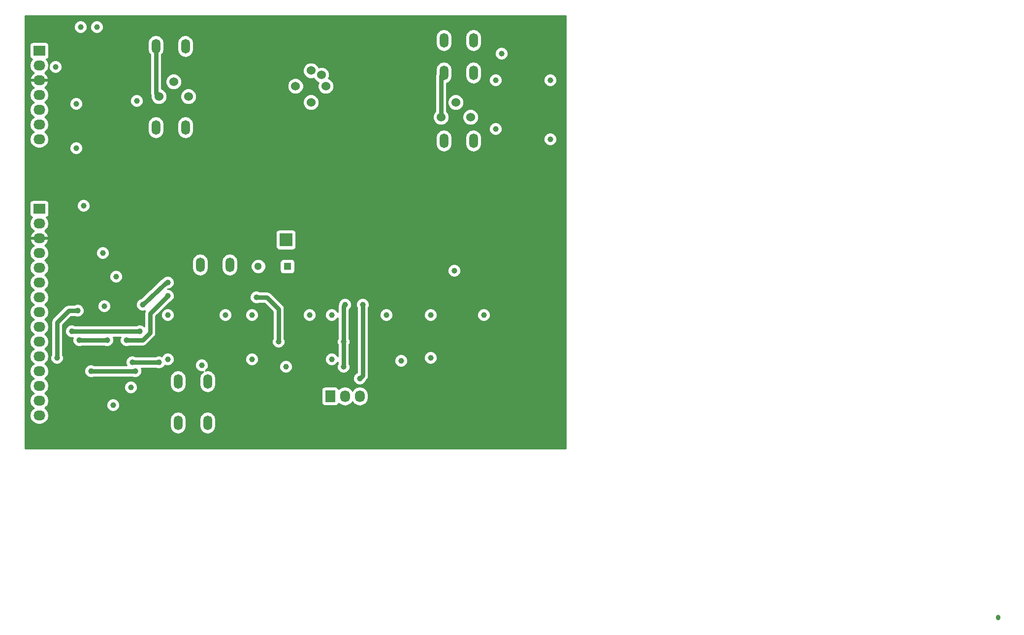
<source format=gbr>
G04 #@! TF.FileFunction,Copper,L4,Bot,Signal*
%FSLAX46Y46*%
G04 Gerber Fmt 4.6, Leading zero omitted, Abs format (unit mm)*
G04 Created by KiCad (PCBNEW 4.0.4+dfsg1-stable) date Sun Jan 22 14:41:50 2017*
%MOMM*%
%LPD*%
G01*
G04 APERTURE LIST*
%ADD10C,0.100000*%
%ADD11R,2.032000X1.727200*%
%ADD12O,2.032000X1.727200*%
%ADD13C,1.524000*%
%ADD14O,1.501140X2.499360*%
%ADD15R,1.727200X2.032000*%
%ADD16O,1.727200X2.032000*%
%ADD17R,2.235200X2.235200*%
%ADD18R,1.300000X1.300000*%
%ADD19C,1.300000*%
%ADD20C,1.000000*%
%ADD21C,0.750000*%
%ADD22C,0.254000*%
G04 APERTURE END LIST*
D10*
D11*
X43942000Y-35814000D03*
D12*
X43942000Y-38354000D03*
X43942000Y-40894000D03*
X43942000Y-43434000D03*
X43942000Y-45974000D03*
X43942000Y-48514000D03*
X43942000Y-51054000D03*
D13*
X67056000Y-41148000D03*
X69596000Y-43688000D03*
X64516000Y-43688000D03*
D14*
X69088000Y-35052000D03*
X64008000Y-35052000D03*
X64008000Y-49022000D03*
X69088000Y-49022000D03*
X118618000Y-34036000D03*
X113538000Y-34036000D03*
X118618000Y-39624000D03*
X113538000Y-39624000D03*
X118618000Y-51308000D03*
X113538000Y-51308000D03*
D13*
X115570000Y-44704000D03*
X118110000Y-47244000D03*
X113030000Y-47244000D03*
X88011000Y-41910000D03*
X90678000Y-44704000D03*
X93218000Y-41910000D03*
X90678000Y-39243000D03*
X92456000Y-40005000D03*
D11*
X43942000Y-62992000D03*
D12*
X43942000Y-65532000D03*
X43942000Y-68072000D03*
X43942000Y-70612000D03*
X43942000Y-73152000D03*
X43942000Y-75692000D03*
X43942000Y-78232000D03*
X43942000Y-80772000D03*
X43942000Y-83312000D03*
X43942000Y-85852000D03*
X43942000Y-88392000D03*
X43942000Y-90932000D03*
X43942000Y-93472000D03*
X43942000Y-96012000D03*
X43942000Y-98552000D03*
D15*
X93980000Y-95250000D03*
D16*
X96520000Y-95250000D03*
X99060000Y-95250000D03*
D14*
X72898000Y-92710000D03*
X67818000Y-92710000D03*
X67818000Y-99822000D03*
X72898000Y-99822000D03*
X76708000Y-72644000D03*
X71628000Y-72644000D03*
D17*
X86360000Y-68326000D03*
D18*
X86614000Y-72898000D03*
D19*
X81614000Y-72898000D03*
D20*
X59690000Y-93726000D03*
X51562000Y-62484000D03*
X115316000Y-73660000D03*
X111252000Y-81280000D03*
X94234000Y-81280000D03*
X80518000Y-81280000D03*
X66040000Y-81280000D03*
X123444000Y-36322000D03*
X122428000Y-40894000D03*
X50292000Y-52578000D03*
X51054000Y-31750000D03*
X53848000Y-31750000D03*
X76200000Y-88900000D03*
X54864000Y-62484000D03*
X120396000Y-88900000D03*
X106172000Y-86614000D03*
X55118000Y-77470000D03*
X90424000Y-88900000D03*
X131826000Y-48768000D03*
X48260000Y-31750000D03*
X57150000Y-53594000D03*
X106172000Y-89154000D03*
X54864000Y-70612000D03*
X56642000Y-96774000D03*
X120396000Y-81280000D03*
X111252000Y-88646000D03*
X86360000Y-90170000D03*
X103632000Y-81280000D03*
X94234000Y-88900000D03*
X75946000Y-81280000D03*
X71882000Y-89916000D03*
X90424000Y-81280000D03*
X80518000Y-88900000D03*
X55118000Y-79756000D03*
X57150000Y-74676000D03*
X66040000Y-88900000D03*
X131826000Y-51054000D03*
X122428000Y-49276000D03*
X60706000Y-44450000D03*
X131826000Y-40894000D03*
X50292000Y-44958000D03*
X46736000Y-38608000D03*
X64516000Y-89408000D03*
X59944000Y-89408000D03*
X96266000Y-85852000D03*
X96520000Y-79502000D03*
X96266000Y-90170000D03*
X81280000Y-78232000D03*
X58928000Y-85598000D03*
X66040000Y-77978000D03*
X85090000Y-85852000D03*
X99568000Y-79502000D03*
X99060000Y-92202000D03*
X50800000Y-85598000D03*
X55626000Y-85598000D03*
X49530000Y-84074000D03*
X61214000Y-84074000D03*
X50546000Y-80518000D03*
X46990000Y-88646000D03*
X52832000Y-90932000D03*
X60452000Y-90932000D03*
X66040000Y-75692000D03*
X61722000Y-79502000D03*
D21*
X208788000Y-133350000D02*
X208788000Y-133223000D01*
X208788000Y-133223000D02*
X208788000Y-133350000D01*
X208788000Y-133350000D02*
X208788000Y-133223000D01*
X113030000Y-47244000D02*
X113030000Y-40132000D01*
X113030000Y-40132000D02*
X113538000Y-39624000D01*
X64008000Y-35052000D02*
X64008000Y-43180000D01*
X64008000Y-43180000D02*
X64516000Y-43688000D01*
X59944000Y-89408000D02*
X64516000Y-89408000D01*
X96266000Y-90170000D02*
X96266000Y-85852000D01*
X96266000Y-85852000D02*
X96266000Y-79756000D01*
X96266000Y-79756000D02*
X96520000Y-79502000D01*
X81280000Y-78232000D02*
X83058000Y-78232000D01*
X83058000Y-78232000D02*
X85090000Y-80264000D01*
X85090000Y-80264000D02*
X85090000Y-85852000D01*
X61722000Y-85598000D02*
X62992000Y-84328000D01*
X58928000Y-85598000D02*
X61722000Y-85598000D01*
X62992000Y-81026000D02*
X62992000Y-84328000D01*
X66040000Y-77978000D02*
X62992000Y-81026000D01*
X99568000Y-91694000D02*
X99568000Y-79502000D01*
X99060000Y-92202000D02*
X99568000Y-91694000D01*
X50800000Y-85598000D02*
X55626000Y-85598000D01*
X49530000Y-84074000D02*
X61214000Y-84074000D01*
X50546000Y-80518000D02*
X49022000Y-80518000D01*
X49022000Y-80518000D02*
X46990000Y-82550000D01*
X46990000Y-82550000D02*
X46990000Y-88646000D01*
X52832000Y-90932000D02*
X60452000Y-90932000D01*
X65786000Y-75692000D02*
X66040000Y-75692000D01*
X61722000Y-79502000D02*
X65786000Y-75692000D01*
D22*
G36*
X134493000Y-104267000D02*
X41529000Y-104267000D01*
X41529000Y-70612000D01*
X42258655Y-70612000D01*
X42372729Y-71185489D01*
X42697585Y-71671670D01*
X43012366Y-71882000D01*
X42697585Y-72092330D01*
X42372729Y-72578511D01*
X42258655Y-73152000D01*
X42372729Y-73725489D01*
X42697585Y-74211670D01*
X43012366Y-74422000D01*
X42697585Y-74632330D01*
X42372729Y-75118511D01*
X42258655Y-75692000D01*
X42372729Y-76265489D01*
X42697585Y-76751670D01*
X43012366Y-76962000D01*
X42697585Y-77172330D01*
X42372729Y-77658511D01*
X42258655Y-78232000D01*
X42372729Y-78805489D01*
X42697585Y-79291670D01*
X43012366Y-79502000D01*
X42697585Y-79712330D01*
X42372729Y-80198511D01*
X42258655Y-80772000D01*
X42372729Y-81345489D01*
X42697585Y-81831670D01*
X43012366Y-82042000D01*
X42697585Y-82252330D01*
X42372729Y-82738511D01*
X42258655Y-83312000D01*
X42372729Y-83885489D01*
X42697585Y-84371670D01*
X43012366Y-84582000D01*
X42697585Y-84792330D01*
X42372729Y-85278511D01*
X42258655Y-85852000D01*
X42372729Y-86425489D01*
X42697585Y-86911670D01*
X43012366Y-87122000D01*
X42697585Y-87332330D01*
X42372729Y-87818511D01*
X42258655Y-88392000D01*
X42372729Y-88965489D01*
X42697585Y-89451670D01*
X43012366Y-89662000D01*
X42697585Y-89872330D01*
X42372729Y-90358511D01*
X42258655Y-90932000D01*
X42372729Y-91505489D01*
X42697585Y-91991670D01*
X43012366Y-92202000D01*
X42697585Y-92412330D01*
X42372729Y-92898511D01*
X42258655Y-93472000D01*
X42372729Y-94045489D01*
X42697585Y-94531670D01*
X43012366Y-94742000D01*
X42697585Y-94952330D01*
X42372729Y-95438511D01*
X42258655Y-96012000D01*
X42372729Y-96585489D01*
X42697585Y-97071670D01*
X43012366Y-97282000D01*
X42697585Y-97492330D01*
X42372729Y-97978511D01*
X42258655Y-98552000D01*
X42372729Y-99125489D01*
X42697585Y-99611670D01*
X43183766Y-99936526D01*
X43757255Y-100050600D01*
X44126745Y-100050600D01*
X44700234Y-99936526D01*
X45186415Y-99611670D01*
X45404042Y-99285967D01*
X66432430Y-99285967D01*
X66432430Y-100358033D01*
X66537900Y-100888268D01*
X66838254Y-101337779D01*
X67287765Y-101638133D01*
X67818000Y-101743603D01*
X68348235Y-101638133D01*
X68797746Y-101337779D01*
X69098100Y-100888268D01*
X69203570Y-100358033D01*
X69203570Y-99285967D01*
X71512430Y-99285967D01*
X71512430Y-100358033D01*
X71617900Y-100888268D01*
X71918254Y-101337779D01*
X72367765Y-101638133D01*
X72898000Y-101743603D01*
X73428235Y-101638133D01*
X73877746Y-101337779D01*
X74178100Y-100888268D01*
X74283570Y-100358033D01*
X74283570Y-99285967D01*
X74178100Y-98755732D01*
X73877746Y-98306221D01*
X73428235Y-98005867D01*
X72898000Y-97900397D01*
X72367765Y-98005867D01*
X71918254Y-98306221D01*
X71617900Y-98755732D01*
X71512430Y-99285967D01*
X69203570Y-99285967D01*
X69098100Y-98755732D01*
X68797746Y-98306221D01*
X68348235Y-98005867D01*
X67818000Y-97900397D01*
X67287765Y-98005867D01*
X66838254Y-98306221D01*
X66537900Y-98755732D01*
X66432430Y-99285967D01*
X45404042Y-99285967D01*
X45511271Y-99125489D01*
X45625345Y-98552000D01*
X45511271Y-97978511D01*
X45186415Y-97492330D01*
X44871634Y-97282000D01*
X45186415Y-97071670D01*
X45235121Y-96998775D01*
X55506803Y-96998775D01*
X55679233Y-97416086D01*
X55998235Y-97735645D01*
X56415244Y-97908803D01*
X56866775Y-97909197D01*
X57284086Y-97736767D01*
X57603645Y-97417765D01*
X57776803Y-97000756D01*
X57777197Y-96549225D01*
X57604767Y-96131914D01*
X57285765Y-95812355D01*
X56868756Y-95639197D01*
X56417225Y-95638803D01*
X55999914Y-95811233D01*
X55680355Y-96130235D01*
X55507197Y-96547244D01*
X55506803Y-96998775D01*
X45235121Y-96998775D01*
X45511271Y-96585489D01*
X45625345Y-96012000D01*
X45511271Y-95438511D01*
X45186415Y-94952330D01*
X44871634Y-94742000D01*
X45186415Y-94531670D01*
X45511271Y-94045489D01*
X45530110Y-93950775D01*
X58554803Y-93950775D01*
X58727233Y-94368086D01*
X59046235Y-94687645D01*
X59463244Y-94860803D01*
X59914775Y-94861197D01*
X60332086Y-94688767D01*
X60651645Y-94369765D01*
X60824803Y-93952756D01*
X60825197Y-93501225D01*
X60652767Y-93083914D01*
X60333765Y-92764355D01*
X59916756Y-92591197D01*
X59465225Y-92590803D01*
X59047914Y-92763233D01*
X58728355Y-93082235D01*
X58555197Y-93499244D01*
X58554803Y-93950775D01*
X45530110Y-93950775D01*
X45625345Y-93472000D01*
X45511271Y-92898511D01*
X45186415Y-92412330D01*
X44871634Y-92202000D01*
X44913588Y-92173967D01*
X66432430Y-92173967D01*
X66432430Y-93246033D01*
X66537900Y-93776268D01*
X66838254Y-94225779D01*
X67287765Y-94526133D01*
X67818000Y-94631603D01*
X68348235Y-94526133D01*
X68797746Y-94225779D01*
X69098100Y-93776268D01*
X69203570Y-93246033D01*
X69203570Y-92173967D01*
X69098100Y-91643732D01*
X68797746Y-91194221D01*
X68348235Y-90893867D01*
X67818000Y-90788397D01*
X67287765Y-90893867D01*
X66838254Y-91194221D01*
X66537900Y-91643732D01*
X66432430Y-92173967D01*
X44913588Y-92173967D01*
X45186415Y-91991670D01*
X45511271Y-91505489D01*
X45580634Y-91156775D01*
X51696803Y-91156775D01*
X51869233Y-91574086D01*
X52188235Y-91893645D01*
X52605244Y-92066803D01*
X53056775Y-92067197D01*
X53359774Y-91942000D01*
X59924686Y-91942000D01*
X60225244Y-92066803D01*
X60676775Y-92067197D01*
X61094086Y-91894767D01*
X61413645Y-91575765D01*
X61586803Y-91158756D01*
X61587197Y-90707225D01*
X61467691Y-90418000D01*
X63988686Y-90418000D01*
X64289244Y-90542803D01*
X64740775Y-90543197D01*
X65158086Y-90370767D01*
X65388479Y-90140775D01*
X70746803Y-90140775D01*
X70919233Y-90558086D01*
X71238235Y-90877645D01*
X71655244Y-91050803D01*
X72106775Y-91051197D01*
X72173673Y-91023555D01*
X71918254Y-91194221D01*
X71617900Y-91643732D01*
X71512430Y-92173967D01*
X71512430Y-93246033D01*
X71617900Y-93776268D01*
X71918254Y-94225779D01*
X72367765Y-94526133D01*
X72898000Y-94631603D01*
X73428235Y-94526133D01*
X73865442Y-94234000D01*
X92468960Y-94234000D01*
X92468960Y-96266000D01*
X92513238Y-96501317D01*
X92652310Y-96717441D01*
X92864510Y-96862431D01*
X93116400Y-96913440D01*
X94843600Y-96913440D01*
X95078917Y-96869162D01*
X95295041Y-96730090D01*
X95440031Y-96517890D01*
X95448400Y-96476561D01*
X95460330Y-96494415D01*
X95946511Y-96819271D01*
X96520000Y-96933345D01*
X97093489Y-96819271D01*
X97579670Y-96494415D01*
X97790000Y-96179634D01*
X98000330Y-96494415D01*
X98486511Y-96819271D01*
X99060000Y-96933345D01*
X99633489Y-96819271D01*
X100119670Y-96494415D01*
X100444526Y-96008234D01*
X100558600Y-95434745D01*
X100558600Y-95065255D01*
X100444526Y-94491766D01*
X100119670Y-94005585D01*
X99633489Y-93680729D01*
X99060000Y-93566655D01*
X98486511Y-93680729D01*
X98000330Y-94005585D01*
X97790000Y-94320366D01*
X97579670Y-94005585D01*
X97093489Y-93680729D01*
X96520000Y-93566655D01*
X95946511Y-93680729D01*
X95460330Y-94005585D01*
X95450757Y-94019913D01*
X95446762Y-93998683D01*
X95307690Y-93782559D01*
X95095490Y-93637569D01*
X94843600Y-93586560D01*
X93116400Y-93586560D01*
X92881083Y-93630838D01*
X92664959Y-93769910D01*
X92519969Y-93982110D01*
X92468960Y-94234000D01*
X73865442Y-94234000D01*
X73877746Y-94225779D01*
X74178100Y-93776268D01*
X74283570Y-93246033D01*
X74283570Y-92426775D01*
X97924803Y-92426775D01*
X98097233Y-92844086D01*
X98416235Y-93163645D01*
X98833244Y-93336803D01*
X99284775Y-93337197D01*
X99702086Y-93164767D01*
X100021645Y-92845765D01*
X100147371Y-92542985D01*
X100282178Y-92408178D01*
X100501118Y-92080511D01*
X100578000Y-91694000D01*
X100578000Y-89378775D01*
X105036803Y-89378775D01*
X105209233Y-89796086D01*
X105528235Y-90115645D01*
X105945244Y-90288803D01*
X106396775Y-90289197D01*
X106814086Y-90116767D01*
X107133645Y-89797765D01*
X107306803Y-89380756D01*
X107307197Y-88929225D01*
X107283046Y-88870775D01*
X110116803Y-88870775D01*
X110289233Y-89288086D01*
X110608235Y-89607645D01*
X111025244Y-89780803D01*
X111476775Y-89781197D01*
X111894086Y-89608767D01*
X112213645Y-89289765D01*
X112386803Y-88872756D01*
X112387197Y-88421225D01*
X112214767Y-88003914D01*
X111895765Y-87684355D01*
X111478756Y-87511197D01*
X111027225Y-87510803D01*
X110609914Y-87683233D01*
X110290355Y-88002235D01*
X110117197Y-88419244D01*
X110116803Y-88870775D01*
X107283046Y-88870775D01*
X107134767Y-88511914D01*
X106815765Y-88192355D01*
X106398756Y-88019197D01*
X105947225Y-88018803D01*
X105529914Y-88191233D01*
X105210355Y-88510235D01*
X105037197Y-88927244D01*
X105036803Y-89378775D01*
X100578000Y-89378775D01*
X100578000Y-81504775D01*
X102496803Y-81504775D01*
X102669233Y-81922086D01*
X102988235Y-82241645D01*
X103405244Y-82414803D01*
X103856775Y-82415197D01*
X104274086Y-82242767D01*
X104593645Y-81923765D01*
X104766803Y-81506756D01*
X104766804Y-81504775D01*
X110116803Y-81504775D01*
X110289233Y-81922086D01*
X110608235Y-82241645D01*
X111025244Y-82414803D01*
X111476775Y-82415197D01*
X111894086Y-82242767D01*
X112213645Y-81923765D01*
X112386803Y-81506756D01*
X112386804Y-81504775D01*
X119260803Y-81504775D01*
X119433233Y-81922086D01*
X119752235Y-82241645D01*
X120169244Y-82414803D01*
X120620775Y-82415197D01*
X121038086Y-82242767D01*
X121357645Y-81923765D01*
X121530803Y-81506756D01*
X121531197Y-81055225D01*
X121358767Y-80637914D01*
X121039765Y-80318355D01*
X120622756Y-80145197D01*
X120171225Y-80144803D01*
X119753914Y-80317233D01*
X119434355Y-80636235D01*
X119261197Y-81053244D01*
X119260803Y-81504775D01*
X112386804Y-81504775D01*
X112387197Y-81055225D01*
X112214767Y-80637914D01*
X111895765Y-80318355D01*
X111478756Y-80145197D01*
X111027225Y-80144803D01*
X110609914Y-80317233D01*
X110290355Y-80636235D01*
X110117197Y-81053244D01*
X110116803Y-81504775D01*
X104766804Y-81504775D01*
X104767197Y-81055225D01*
X104594767Y-80637914D01*
X104275765Y-80318355D01*
X103858756Y-80145197D01*
X103407225Y-80144803D01*
X102989914Y-80317233D01*
X102670355Y-80636235D01*
X102497197Y-81053244D01*
X102496803Y-81504775D01*
X100578000Y-81504775D01*
X100578000Y-80029314D01*
X100702803Y-79728756D01*
X100703197Y-79277225D01*
X100530767Y-78859914D01*
X100211765Y-78540355D01*
X99794756Y-78367197D01*
X99343225Y-78366803D01*
X98925914Y-78539233D01*
X98606355Y-78858235D01*
X98433197Y-79275244D01*
X98432803Y-79726775D01*
X98558000Y-80029774D01*
X98558000Y-91181350D01*
X98417914Y-91239233D01*
X98098355Y-91558235D01*
X97925197Y-91975244D01*
X97924803Y-92426775D01*
X74283570Y-92426775D01*
X74283570Y-92173967D01*
X74178100Y-91643732D01*
X73877746Y-91194221D01*
X73428235Y-90893867D01*
X72898000Y-90788397D01*
X72544095Y-90858793D01*
X72843645Y-90559765D01*
X72912155Y-90394775D01*
X85224803Y-90394775D01*
X85397233Y-90812086D01*
X85716235Y-91131645D01*
X86133244Y-91304803D01*
X86584775Y-91305197D01*
X87002086Y-91132767D01*
X87321645Y-90813765D01*
X87494803Y-90396756D01*
X87495197Y-89945225D01*
X87322767Y-89527914D01*
X87003765Y-89208355D01*
X86586756Y-89035197D01*
X86135225Y-89034803D01*
X85717914Y-89207233D01*
X85398355Y-89526235D01*
X85225197Y-89943244D01*
X85224803Y-90394775D01*
X72912155Y-90394775D01*
X73016803Y-90142756D01*
X73017197Y-89691225D01*
X72844767Y-89273914D01*
X72695888Y-89124775D01*
X79382803Y-89124775D01*
X79555233Y-89542086D01*
X79874235Y-89861645D01*
X80291244Y-90034803D01*
X80742775Y-90035197D01*
X81160086Y-89862767D01*
X81479645Y-89543765D01*
X81652803Y-89126756D01*
X81653197Y-88675225D01*
X81480767Y-88257914D01*
X81161765Y-87938355D01*
X80744756Y-87765197D01*
X80293225Y-87764803D01*
X79875914Y-87937233D01*
X79556355Y-88256235D01*
X79383197Y-88673244D01*
X79382803Y-89124775D01*
X72695888Y-89124775D01*
X72525765Y-88954355D01*
X72108756Y-88781197D01*
X71657225Y-88780803D01*
X71239914Y-88953233D01*
X70920355Y-89272235D01*
X70747197Y-89689244D01*
X70746803Y-90140775D01*
X65388479Y-90140775D01*
X65477645Y-90051765D01*
X65533007Y-89918438D01*
X65813244Y-90034803D01*
X66264775Y-90035197D01*
X66682086Y-89862767D01*
X67001645Y-89543765D01*
X67174803Y-89126756D01*
X67175197Y-88675225D01*
X67002767Y-88257914D01*
X66683765Y-87938355D01*
X66266756Y-87765197D01*
X65815225Y-87764803D01*
X65397914Y-87937233D01*
X65078355Y-88256235D01*
X65022993Y-88389562D01*
X64742756Y-88273197D01*
X64291225Y-88272803D01*
X63988226Y-88398000D01*
X60471314Y-88398000D01*
X60170756Y-88273197D01*
X59719225Y-88272803D01*
X59301914Y-88445233D01*
X58982355Y-88764235D01*
X58809197Y-89181244D01*
X58808803Y-89632775D01*
X58928309Y-89922000D01*
X53359314Y-89922000D01*
X53058756Y-89797197D01*
X52607225Y-89796803D01*
X52189914Y-89969233D01*
X51870355Y-90288235D01*
X51697197Y-90705244D01*
X51696803Y-91156775D01*
X45580634Y-91156775D01*
X45625345Y-90932000D01*
X45511271Y-90358511D01*
X45186415Y-89872330D01*
X44871634Y-89662000D01*
X45186415Y-89451670D01*
X45511271Y-88965489D01*
X45530110Y-88870775D01*
X45854803Y-88870775D01*
X46027233Y-89288086D01*
X46346235Y-89607645D01*
X46763244Y-89780803D01*
X47214775Y-89781197D01*
X47632086Y-89608767D01*
X47951645Y-89289765D01*
X48124803Y-88872756D01*
X48125197Y-88421225D01*
X48000000Y-88118226D01*
X48000000Y-84298775D01*
X48394803Y-84298775D01*
X48567233Y-84716086D01*
X48886235Y-85035645D01*
X49303244Y-85208803D01*
X49732493Y-85209178D01*
X49665197Y-85371244D01*
X49664803Y-85822775D01*
X49837233Y-86240086D01*
X50156235Y-86559645D01*
X50573244Y-86732803D01*
X51024775Y-86733197D01*
X51327774Y-86608000D01*
X55098686Y-86608000D01*
X55399244Y-86732803D01*
X55850775Y-86733197D01*
X56268086Y-86560767D01*
X56587645Y-86241765D01*
X56760803Y-85824756D01*
X56761197Y-85373225D01*
X56641691Y-85084000D01*
X57912472Y-85084000D01*
X57793197Y-85371244D01*
X57792803Y-85822775D01*
X57965233Y-86240086D01*
X58284235Y-86559645D01*
X58701244Y-86732803D01*
X59152775Y-86733197D01*
X59455774Y-86608000D01*
X61722000Y-86608000D01*
X62108510Y-86531118D01*
X62436178Y-86312178D01*
X63706178Y-85042178D01*
X63925118Y-84714510D01*
X64002000Y-84328000D01*
X64002000Y-81504775D01*
X64904803Y-81504775D01*
X65077233Y-81922086D01*
X65396235Y-82241645D01*
X65813244Y-82414803D01*
X66264775Y-82415197D01*
X66682086Y-82242767D01*
X67001645Y-81923765D01*
X67174803Y-81506756D01*
X67174804Y-81504775D01*
X74810803Y-81504775D01*
X74983233Y-81922086D01*
X75302235Y-82241645D01*
X75719244Y-82414803D01*
X76170775Y-82415197D01*
X76588086Y-82242767D01*
X76907645Y-81923765D01*
X77080803Y-81506756D01*
X77080804Y-81504775D01*
X79382803Y-81504775D01*
X79555233Y-81922086D01*
X79874235Y-82241645D01*
X80291244Y-82414803D01*
X80742775Y-82415197D01*
X81160086Y-82242767D01*
X81479645Y-81923765D01*
X81652803Y-81506756D01*
X81653197Y-81055225D01*
X81480767Y-80637914D01*
X81161765Y-80318355D01*
X80744756Y-80145197D01*
X80293225Y-80144803D01*
X79875914Y-80317233D01*
X79556355Y-80636235D01*
X79383197Y-81053244D01*
X79382803Y-81504775D01*
X77080804Y-81504775D01*
X77081197Y-81055225D01*
X76908767Y-80637914D01*
X76589765Y-80318355D01*
X76172756Y-80145197D01*
X75721225Y-80144803D01*
X75303914Y-80317233D01*
X74984355Y-80636235D01*
X74811197Y-81053244D01*
X74810803Y-81504775D01*
X67174804Y-81504775D01*
X67175197Y-81055225D01*
X67002767Y-80637914D01*
X66683765Y-80318355D01*
X66266756Y-80145197D01*
X65815225Y-80144803D01*
X65397914Y-80317233D01*
X65078355Y-80636235D01*
X64905197Y-81053244D01*
X64904803Y-81504775D01*
X64002000Y-81504775D01*
X64002000Y-81444356D01*
X66381311Y-79065045D01*
X66682086Y-78940767D01*
X67001645Y-78621765D01*
X67070155Y-78456775D01*
X80144803Y-78456775D01*
X80317233Y-78874086D01*
X80636235Y-79193645D01*
X81053244Y-79366803D01*
X81504775Y-79367197D01*
X81807774Y-79242000D01*
X82639644Y-79242000D01*
X84080000Y-80682356D01*
X84080000Y-85324686D01*
X83955197Y-85625244D01*
X83954803Y-86076775D01*
X84127233Y-86494086D01*
X84446235Y-86813645D01*
X84863244Y-86986803D01*
X85314775Y-86987197D01*
X85732086Y-86814767D01*
X86051645Y-86495765D01*
X86224803Y-86078756D01*
X86225197Y-85627225D01*
X86100000Y-85324226D01*
X86100000Y-81504775D01*
X89288803Y-81504775D01*
X89461233Y-81922086D01*
X89780235Y-82241645D01*
X90197244Y-82414803D01*
X90648775Y-82415197D01*
X91066086Y-82242767D01*
X91385645Y-81923765D01*
X91558803Y-81506756D01*
X91558804Y-81504775D01*
X93098803Y-81504775D01*
X93271233Y-81922086D01*
X93590235Y-82241645D01*
X94007244Y-82414803D01*
X94458775Y-82415197D01*
X94876086Y-82242767D01*
X95195645Y-81923765D01*
X95256000Y-81778415D01*
X95256000Y-85324686D01*
X95131197Y-85625244D01*
X95130803Y-86076775D01*
X95256000Y-86379774D01*
X95256000Y-88401268D01*
X95196767Y-88257914D01*
X94877765Y-87938355D01*
X94460756Y-87765197D01*
X94009225Y-87764803D01*
X93591914Y-87937233D01*
X93272355Y-88256235D01*
X93099197Y-88673244D01*
X93098803Y-89124775D01*
X93271233Y-89542086D01*
X93590235Y-89861645D01*
X94007244Y-90034803D01*
X94458775Y-90035197D01*
X94876086Y-89862767D01*
X95195645Y-89543765D01*
X95256000Y-89398415D01*
X95256000Y-89642686D01*
X95131197Y-89943244D01*
X95130803Y-90394775D01*
X95303233Y-90812086D01*
X95622235Y-91131645D01*
X96039244Y-91304803D01*
X96490775Y-91305197D01*
X96908086Y-91132767D01*
X97227645Y-90813765D01*
X97400803Y-90396756D01*
X97401197Y-89945225D01*
X97276000Y-89642226D01*
X97276000Y-86379314D01*
X97400803Y-86078756D01*
X97401197Y-85627225D01*
X97276000Y-85324226D01*
X97276000Y-80351052D01*
X97481645Y-80145765D01*
X97654803Y-79728756D01*
X97655197Y-79277225D01*
X97482767Y-78859914D01*
X97163765Y-78540355D01*
X96746756Y-78367197D01*
X96295225Y-78366803D01*
X95877914Y-78539233D01*
X95558355Y-78858235D01*
X95385197Y-79275244D01*
X95385183Y-79291216D01*
X95332882Y-79369490D01*
X95256000Y-79756000D01*
X95256000Y-80781268D01*
X95196767Y-80637914D01*
X94877765Y-80318355D01*
X94460756Y-80145197D01*
X94009225Y-80144803D01*
X93591914Y-80317233D01*
X93272355Y-80636235D01*
X93099197Y-81053244D01*
X93098803Y-81504775D01*
X91558804Y-81504775D01*
X91559197Y-81055225D01*
X91386767Y-80637914D01*
X91067765Y-80318355D01*
X90650756Y-80145197D01*
X90199225Y-80144803D01*
X89781914Y-80317233D01*
X89462355Y-80636235D01*
X89289197Y-81053244D01*
X89288803Y-81504775D01*
X86100000Y-81504775D01*
X86100000Y-80264000D01*
X86023118Y-79877490D01*
X85804178Y-79549822D01*
X83772178Y-77517822D01*
X83444510Y-77298882D01*
X83058000Y-77222000D01*
X81807314Y-77222000D01*
X81506756Y-77097197D01*
X81055225Y-77096803D01*
X80637914Y-77269233D01*
X80318355Y-77588235D01*
X80145197Y-78005244D01*
X80144803Y-78456775D01*
X67070155Y-78456775D01*
X67174803Y-78204756D01*
X67175197Y-77753225D01*
X67002767Y-77335914D01*
X66683765Y-77016355D01*
X66266756Y-76843197D01*
X66035008Y-76842995D01*
X66052057Y-76827011D01*
X66264775Y-76827197D01*
X66682086Y-76654767D01*
X67001645Y-76335765D01*
X67174803Y-75918756D01*
X67175197Y-75467225D01*
X67002767Y-75049914D01*
X66683765Y-74730355D01*
X66266756Y-74557197D01*
X65815225Y-74556803D01*
X65397914Y-74729233D01*
X65304900Y-74822085D01*
X65248931Y-74859482D01*
X65095220Y-74955167D01*
X61423763Y-78397157D01*
X61079914Y-78539233D01*
X60760355Y-78858235D01*
X60587197Y-79275244D01*
X60586803Y-79726775D01*
X60759233Y-80144086D01*
X61078235Y-80463645D01*
X61495244Y-80636803D01*
X61946775Y-80637197D01*
X62103754Y-80572334D01*
X62058882Y-80639490D01*
X61982000Y-81026000D01*
X61982000Y-83236807D01*
X61857765Y-83112355D01*
X61440756Y-82939197D01*
X60989225Y-82938803D01*
X60686226Y-83064000D01*
X50057314Y-83064000D01*
X49756756Y-82939197D01*
X49305225Y-82938803D01*
X48887914Y-83111233D01*
X48568355Y-83430235D01*
X48395197Y-83847244D01*
X48394803Y-84298775D01*
X48000000Y-84298775D01*
X48000000Y-82968356D01*
X49440356Y-81528000D01*
X50018686Y-81528000D01*
X50319244Y-81652803D01*
X50770775Y-81653197D01*
X51188086Y-81480767D01*
X51507645Y-81161765D01*
X51680803Y-80744756D01*
X51681197Y-80293225D01*
X51552095Y-79980775D01*
X53982803Y-79980775D01*
X54155233Y-80398086D01*
X54474235Y-80717645D01*
X54891244Y-80890803D01*
X55342775Y-80891197D01*
X55760086Y-80718767D01*
X56079645Y-80399765D01*
X56252803Y-79982756D01*
X56253197Y-79531225D01*
X56080767Y-79113914D01*
X55761765Y-78794355D01*
X55344756Y-78621197D01*
X54893225Y-78620803D01*
X54475914Y-78793233D01*
X54156355Y-79112235D01*
X53983197Y-79529244D01*
X53982803Y-79980775D01*
X51552095Y-79980775D01*
X51508767Y-79875914D01*
X51189765Y-79556355D01*
X50772756Y-79383197D01*
X50321225Y-79382803D01*
X50018226Y-79508000D01*
X49022000Y-79508000D01*
X48635490Y-79584882D01*
X48307822Y-79803822D01*
X46275822Y-81835822D01*
X46056882Y-82163490D01*
X45980000Y-82550000D01*
X45980000Y-88118686D01*
X45855197Y-88419244D01*
X45854803Y-88870775D01*
X45530110Y-88870775D01*
X45625345Y-88392000D01*
X45511271Y-87818511D01*
X45186415Y-87332330D01*
X44871634Y-87122000D01*
X45186415Y-86911670D01*
X45511271Y-86425489D01*
X45625345Y-85852000D01*
X45511271Y-85278511D01*
X45186415Y-84792330D01*
X44871634Y-84582000D01*
X45186415Y-84371670D01*
X45511271Y-83885489D01*
X45625345Y-83312000D01*
X45511271Y-82738511D01*
X45186415Y-82252330D01*
X44871634Y-82042000D01*
X45186415Y-81831670D01*
X45511271Y-81345489D01*
X45625345Y-80772000D01*
X45511271Y-80198511D01*
X45186415Y-79712330D01*
X44871634Y-79502000D01*
X45186415Y-79291670D01*
X45511271Y-78805489D01*
X45625345Y-78232000D01*
X45511271Y-77658511D01*
X45186415Y-77172330D01*
X44871634Y-76962000D01*
X45186415Y-76751670D01*
X45511271Y-76265489D01*
X45625345Y-75692000D01*
X45511271Y-75118511D01*
X45365785Y-74900775D01*
X56014803Y-74900775D01*
X56187233Y-75318086D01*
X56506235Y-75637645D01*
X56923244Y-75810803D01*
X57374775Y-75811197D01*
X57792086Y-75638767D01*
X58111645Y-75319765D01*
X58284803Y-74902756D01*
X58285197Y-74451225D01*
X58112767Y-74033914D01*
X57793765Y-73714355D01*
X57376756Y-73541197D01*
X56925225Y-73540803D01*
X56507914Y-73713233D01*
X56188355Y-74032235D01*
X56015197Y-74449244D01*
X56014803Y-74900775D01*
X45365785Y-74900775D01*
X45186415Y-74632330D01*
X44871634Y-74422000D01*
X45186415Y-74211670D01*
X45511271Y-73725489D01*
X45625345Y-73152000D01*
X45511271Y-72578511D01*
X45196864Y-72107967D01*
X70242430Y-72107967D01*
X70242430Y-73180033D01*
X70347900Y-73710268D01*
X70648254Y-74159779D01*
X71097765Y-74460133D01*
X71628000Y-74565603D01*
X72158235Y-74460133D01*
X72607746Y-74159779D01*
X72908100Y-73710268D01*
X73013570Y-73180033D01*
X73013570Y-72107967D01*
X75322430Y-72107967D01*
X75322430Y-73180033D01*
X75427900Y-73710268D01*
X75728254Y-74159779D01*
X76177765Y-74460133D01*
X76708000Y-74565603D01*
X77238235Y-74460133D01*
X77687746Y-74159779D01*
X77988100Y-73710268D01*
X78093570Y-73180033D01*
X78093570Y-73152481D01*
X80328777Y-73152481D01*
X80523995Y-73624943D01*
X80885155Y-73986735D01*
X81357276Y-74182777D01*
X81868481Y-74183223D01*
X82340943Y-73988005D01*
X82702735Y-73626845D01*
X82898777Y-73154724D01*
X82899223Y-72643519D01*
X82735798Y-72248000D01*
X85316560Y-72248000D01*
X85316560Y-73548000D01*
X85360838Y-73783317D01*
X85499910Y-73999441D01*
X85712110Y-74144431D01*
X85964000Y-74195440D01*
X87264000Y-74195440D01*
X87499317Y-74151162D01*
X87715441Y-74012090D01*
X87802431Y-73884775D01*
X114180803Y-73884775D01*
X114353233Y-74302086D01*
X114672235Y-74621645D01*
X115089244Y-74794803D01*
X115540775Y-74795197D01*
X115958086Y-74622767D01*
X116277645Y-74303765D01*
X116450803Y-73886756D01*
X116451197Y-73435225D01*
X116278767Y-73017914D01*
X115959765Y-72698355D01*
X115542756Y-72525197D01*
X115091225Y-72524803D01*
X114673914Y-72697233D01*
X114354355Y-73016235D01*
X114181197Y-73433244D01*
X114180803Y-73884775D01*
X87802431Y-73884775D01*
X87860431Y-73799890D01*
X87911440Y-73548000D01*
X87911440Y-72248000D01*
X87867162Y-72012683D01*
X87728090Y-71796559D01*
X87515890Y-71651569D01*
X87264000Y-71600560D01*
X85964000Y-71600560D01*
X85728683Y-71644838D01*
X85512559Y-71783910D01*
X85367569Y-71996110D01*
X85316560Y-72248000D01*
X82735798Y-72248000D01*
X82704005Y-72171057D01*
X82342845Y-71809265D01*
X81870724Y-71613223D01*
X81359519Y-71612777D01*
X80887057Y-71807995D01*
X80525265Y-72169155D01*
X80329223Y-72641276D01*
X80328777Y-73152481D01*
X78093570Y-73152481D01*
X78093570Y-72107967D01*
X77988100Y-71577732D01*
X77687746Y-71128221D01*
X77238235Y-70827867D01*
X76708000Y-70722397D01*
X76177765Y-70827867D01*
X75728254Y-71128221D01*
X75427900Y-71577732D01*
X75322430Y-72107967D01*
X73013570Y-72107967D01*
X72908100Y-71577732D01*
X72607746Y-71128221D01*
X72158235Y-70827867D01*
X71628000Y-70722397D01*
X71097765Y-70827867D01*
X70648254Y-71128221D01*
X70347900Y-71577732D01*
X70242430Y-72107967D01*
X45196864Y-72107967D01*
X45186415Y-72092330D01*
X44871634Y-71882000D01*
X45186415Y-71671670D01*
X45511271Y-71185489D01*
X45580634Y-70836775D01*
X53728803Y-70836775D01*
X53901233Y-71254086D01*
X54220235Y-71573645D01*
X54637244Y-71746803D01*
X55088775Y-71747197D01*
X55506086Y-71574767D01*
X55825645Y-71255765D01*
X55998803Y-70838756D01*
X55999197Y-70387225D01*
X55826767Y-69969914D01*
X55507765Y-69650355D01*
X55090756Y-69477197D01*
X54639225Y-69476803D01*
X54221914Y-69649233D01*
X53902355Y-69968235D01*
X53729197Y-70385244D01*
X53728803Y-70836775D01*
X45580634Y-70836775D01*
X45625345Y-70612000D01*
X45511271Y-70038511D01*
X45186415Y-69552330D01*
X44876931Y-69345539D01*
X45292732Y-68974036D01*
X45546709Y-68446791D01*
X45549358Y-68431026D01*
X45428217Y-68199000D01*
X44069000Y-68199000D01*
X44069000Y-68219000D01*
X43815000Y-68219000D01*
X43815000Y-68199000D01*
X42455783Y-68199000D01*
X42334642Y-68431026D01*
X42337291Y-68446791D01*
X42591268Y-68974036D01*
X43007069Y-69345539D01*
X42697585Y-69552330D01*
X42372729Y-70038511D01*
X42258655Y-70612000D01*
X41529000Y-70612000D01*
X41529000Y-65532000D01*
X42258655Y-65532000D01*
X42372729Y-66105489D01*
X42697585Y-66591670D01*
X43007069Y-66798461D01*
X42591268Y-67169964D01*
X42337291Y-67697209D01*
X42334642Y-67712974D01*
X42455783Y-67945000D01*
X43815000Y-67945000D01*
X43815000Y-67925000D01*
X44069000Y-67925000D01*
X44069000Y-67945000D01*
X45428217Y-67945000D01*
X45549358Y-67712974D01*
X45546709Y-67697209D01*
X45311247Y-67208400D01*
X84594960Y-67208400D01*
X84594960Y-69443600D01*
X84639238Y-69678917D01*
X84778310Y-69895041D01*
X84990510Y-70040031D01*
X85242400Y-70091040D01*
X87477600Y-70091040D01*
X87712917Y-70046762D01*
X87929041Y-69907690D01*
X88074031Y-69695490D01*
X88125040Y-69443600D01*
X88125040Y-67208400D01*
X88080762Y-66973083D01*
X87941690Y-66756959D01*
X87729490Y-66611969D01*
X87477600Y-66560960D01*
X85242400Y-66560960D01*
X85007083Y-66605238D01*
X84790959Y-66744310D01*
X84645969Y-66956510D01*
X84594960Y-67208400D01*
X45311247Y-67208400D01*
X45292732Y-67169964D01*
X44876931Y-66798461D01*
X45186415Y-66591670D01*
X45511271Y-66105489D01*
X45625345Y-65532000D01*
X45511271Y-64958511D01*
X45186415Y-64472330D01*
X45172087Y-64462757D01*
X45193317Y-64458762D01*
X45409441Y-64319690D01*
X45554431Y-64107490D01*
X45605440Y-63855600D01*
X45605440Y-62708775D01*
X50426803Y-62708775D01*
X50599233Y-63126086D01*
X50918235Y-63445645D01*
X51335244Y-63618803D01*
X51786775Y-63619197D01*
X52204086Y-63446767D01*
X52523645Y-63127765D01*
X52696803Y-62710756D01*
X52697197Y-62259225D01*
X52524767Y-61841914D01*
X52205765Y-61522355D01*
X51788756Y-61349197D01*
X51337225Y-61348803D01*
X50919914Y-61521233D01*
X50600355Y-61840235D01*
X50427197Y-62257244D01*
X50426803Y-62708775D01*
X45605440Y-62708775D01*
X45605440Y-62128400D01*
X45561162Y-61893083D01*
X45422090Y-61676959D01*
X45209890Y-61531969D01*
X44958000Y-61480960D01*
X42926000Y-61480960D01*
X42690683Y-61525238D01*
X42474559Y-61664310D01*
X42329569Y-61876510D01*
X42278560Y-62128400D01*
X42278560Y-63855600D01*
X42322838Y-64090917D01*
X42461910Y-64307041D01*
X42674110Y-64452031D01*
X42715439Y-64460400D01*
X42697585Y-64472330D01*
X42372729Y-64958511D01*
X42258655Y-65532000D01*
X41529000Y-65532000D01*
X41529000Y-52802775D01*
X49156803Y-52802775D01*
X49329233Y-53220086D01*
X49648235Y-53539645D01*
X50065244Y-53712803D01*
X50516775Y-53713197D01*
X50934086Y-53540767D01*
X51253645Y-53221765D01*
X51426803Y-52804756D01*
X51427197Y-52353225D01*
X51254767Y-51935914D01*
X50935765Y-51616355D01*
X50518756Y-51443197D01*
X50067225Y-51442803D01*
X49649914Y-51615233D01*
X49330355Y-51934235D01*
X49157197Y-52351244D01*
X49156803Y-52802775D01*
X41529000Y-52802775D01*
X41529000Y-43434000D01*
X42258655Y-43434000D01*
X42372729Y-44007489D01*
X42697585Y-44493670D01*
X43012366Y-44704000D01*
X42697585Y-44914330D01*
X42372729Y-45400511D01*
X42258655Y-45974000D01*
X42372729Y-46547489D01*
X42697585Y-47033670D01*
X43012366Y-47244000D01*
X42697585Y-47454330D01*
X42372729Y-47940511D01*
X42258655Y-48514000D01*
X42372729Y-49087489D01*
X42697585Y-49573670D01*
X43012366Y-49784000D01*
X42697585Y-49994330D01*
X42372729Y-50480511D01*
X42258655Y-51054000D01*
X42372729Y-51627489D01*
X42697585Y-52113670D01*
X43183766Y-52438526D01*
X43757255Y-52552600D01*
X44126745Y-52552600D01*
X44700234Y-52438526D01*
X45186415Y-52113670D01*
X45511271Y-51627489D01*
X45625345Y-51054000D01*
X45511271Y-50480511D01*
X45186415Y-49994330D01*
X44871634Y-49784000D01*
X45186415Y-49573670D01*
X45511271Y-49087489D01*
X45625345Y-48514000D01*
X45619769Y-48485967D01*
X62622430Y-48485967D01*
X62622430Y-49558033D01*
X62727900Y-50088268D01*
X63028254Y-50537779D01*
X63477765Y-50838133D01*
X64008000Y-50943603D01*
X64538235Y-50838133D01*
X64987746Y-50537779D01*
X65288100Y-50088268D01*
X65393570Y-49558033D01*
X65393570Y-48485967D01*
X67702430Y-48485967D01*
X67702430Y-49558033D01*
X67807900Y-50088268D01*
X68108254Y-50537779D01*
X68557765Y-50838133D01*
X69088000Y-50943603D01*
X69618235Y-50838133D01*
X69717259Y-50771967D01*
X112152430Y-50771967D01*
X112152430Y-51844033D01*
X112257900Y-52374268D01*
X112558254Y-52823779D01*
X113007765Y-53124133D01*
X113538000Y-53229603D01*
X114068235Y-53124133D01*
X114517746Y-52823779D01*
X114818100Y-52374268D01*
X114923570Y-51844033D01*
X114923570Y-50771967D01*
X117232430Y-50771967D01*
X117232430Y-51844033D01*
X117337900Y-52374268D01*
X117638254Y-52823779D01*
X118087765Y-53124133D01*
X118618000Y-53229603D01*
X119148235Y-53124133D01*
X119597746Y-52823779D01*
X119898100Y-52374268D01*
X120003570Y-51844033D01*
X120003570Y-51278775D01*
X130690803Y-51278775D01*
X130863233Y-51696086D01*
X131182235Y-52015645D01*
X131599244Y-52188803D01*
X132050775Y-52189197D01*
X132468086Y-52016767D01*
X132787645Y-51697765D01*
X132960803Y-51280756D01*
X132961197Y-50829225D01*
X132788767Y-50411914D01*
X132469765Y-50092355D01*
X132052756Y-49919197D01*
X131601225Y-49918803D01*
X131183914Y-50091233D01*
X130864355Y-50410235D01*
X130691197Y-50827244D01*
X130690803Y-51278775D01*
X120003570Y-51278775D01*
X120003570Y-50771967D01*
X119898100Y-50241732D01*
X119597746Y-49792221D01*
X119161567Y-49500775D01*
X121292803Y-49500775D01*
X121465233Y-49918086D01*
X121784235Y-50237645D01*
X122201244Y-50410803D01*
X122652775Y-50411197D01*
X123070086Y-50238767D01*
X123389645Y-49919765D01*
X123562803Y-49502756D01*
X123563197Y-49051225D01*
X123390767Y-48633914D01*
X123071765Y-48314355D01*
X122654756Y-48141197D01*
X122203225Y-48140803D01*
X121785914Y-48313233D01*
X121466355Y-48632235D01*
X121293197Y-49049244D01*
X121292803Y-49500775D01*
X119161567Y-49500775D01*
X119148235Y-49491867D01*
X118618000Y-49386397D01*
X118087765Y-49491867D01*
X117638254Y-49792221D01*
X117337900Y-50241732D01*
X117232430Y-50771967D01*
X114923570Y-50771967D01*
X114818100Y-50241732D01*
X114517746Y-49792221D01*
X114068235Y-49491867D01*
X113538000Y-49386397D01*
X113007765Y-49491867D01*
X112558254Y-49792221D01*
X112257900Y-50241732D01*
X112152430Y-50771967D01*
X69717259Y-50771967D01*
X70067746Y-50537779D01*
X70368100Y-50088268D01*
X70473570Y-49558033D01*
X70473570Y-48485967D01*
X70368100Y-47955732D01*
X70077395Y-47520661D01*
X111632758Y-47520661D01*
X111844990Y-48034303D01*
X112237630Y-48427629D01*
X112750900Y-48640757D01*
X113306661Y-48641242D01*
X113820303Y-48429010D01*
X114213629Y-48036370D01*
X114426757Y-47523100D01*
X114426759Y-47520661D01*
X116712758Y-47520661D01*
X116924990Y-48034303D01*
X117317630Y-48427629D01*
X117830900Y-48640757D01*
X118386661Y-48641242D01*
X118900303Y-48429010D01*
X119293629Y-48036370D01*
X119506757Y-47523100D01*
X119507242Y-46967339D01*
X119295010Y-46453697D01*
X118902370Y-46060371D01*
X118389100Y-45847243D01*
X117833339Y-45846758D01*
X117319697Y-46058990D01*
X116926371Y-46451630D01*
X116713243Y-46964900D01*
X116712758Y-47520661D01*
X114426759Y-47520661D01*
X114427242Y-46967339D01*
X114215010Y-46453697D01*
X114040000Y-46278381D01*
X114040000Y-44980661D01*
X114172758Y-44980661D01*
X114384990Y-45494303D01*
X114777630Y-45887629D01*
X115290900Y-46100757D01*
X115846661Y-46101242D01*
X116360303Y-45889010D01*
X116753629Y-45496370D01*
X116966757Y-44983100D01*
X116967242Y-44427339D01*
X116755010Y-43913697D01*
X116362370Y-43520371D01*
X115849100Y-43307243D01*
X115293339Y-43306758D01*
X114779697Y-43518990D01*
X114386371Y-43911630D01*
X114173243Y-44424900D01*
X114172758Y-44980661D01*
X114040000Y-44980661D01*
X114040000Y-41445749D01*
X114068235Y-41440133D01*
X114517746Y-41139779D01*
X114818100Y-40690268D01*
X114923570Y-40160033D01*
X114923570Y-39087967D01*
X117232430Y-39087967D01*
X117232430Y-40160033D01*
X117337900Y-40690268D01*
X117638254Y-41139779D01*
X118087765Y-41440133D01*
X118618000Y-41545603D01*
X119148235Y-41440133D01*
X119597746Y-41139779D01*
X119611780Y-41118775D01*
X121292803Y-41118775D01*
X121465233Y-41536086D01*
X121784235Y-41855645D01*
X122201244Y-42028803D01*
X122652775Y-42029197D01*
X123070086Y-41856767D01*
X123389645Y-41537765D01*
X123562803Y-41120756D01*
X123562804Y-41118775D01*
X130690803Y-41118775D01*
X130863233Y-41536086D01*
X131182235Y-41855645D01*
X131599244Y-42028803D01*
X132050775Y-42029197D01*
X132468086Y-41856767D01*
X132787645Y-41537765D01*
X132960803Y-41120756D01*
X132961197Y-40669225D01*
X132788767Y-40251914D01*
X132469765Y-39932355D01*
X132052756Y-39759197D01*
X131601225Y-39758803D01*
X131183914Y-39931233D01*
X130864355Y-40250235D01*
X130691197Y-40667244D01*
X130690803Y-41118775D01*
X123562804Y-41118775D01*
X123563197Y-40669225D01*
X123390767Y-40251914D01*
X123071765Y-39932355D01*
X122654756Y-39759197D01*
X122203225Y-39758803D01*
X121785914Y-39931233D01*
X121466355Y-40250235D01*
X121293197Y-40667244D01*
X121292803Y-41118775D01*
X119611780Y-41118775D01*
X119898100Y-40690268D01*
X120003570Y-40160033D01*
X120003570Y-39087967D01*
X119898100Y-38557732D01*
X119597746Y-38108221D01*
X119148235Y-37807867D01*
X118618000Y-37702397D01*
X118087765Y-37807867D01*
X117638254Y-38108221D01*
X117337900Y-38557732D01*
X117232430Y-39087967D01*
X114923570Y-39087967D01*
X114818100Y-38557732D01*
X114517746Y-38108221D01*
X114068235Y-37807867D01*
X113538000Y-37702397D01*
X113007765Y-37807867D01*
X112558254Y-38108221D01*
X112257900Y-38557732D01*
X112152430Y-39087967D01*
X112152430Y-39662356D01*
X112096882Y-39745490D01*
X112020000Y-40132000D01*
X112020000Y-46278304D01*
X111846371Y-46451630D01*
X111633243Y-46964900D01*
X111632758Y-47520661D01*
X70077395Y-47520661D01*
X70067746Y-47506221D01*
X69618235Y-47205867D01*
X69088000Y-47100397D01*
X68557765Y-47205867D01*
X68108254Y-47506221D01*
X67807900Y-47955732D01*
X67702430Y-48485967D01*
X65393570Y-48485967D01*
X65288100Y-47955732D01*
X64987746Y-47506221D01*
X64538235Y-47205867D01*
X64008000Y-47100397D01*
X63477765Y-47205867D01*
X63028254Y-47506221D01*
X62727900Y-47955732D01*
X62622430Y-48485967D01*
X45619769Y-48485967D01*
X45511271Y-47940511D01*
X45186415Y-47454330D01*
X44871634Y-47244000D01*
X45186415Y-47033670D01*
X45511271Y-46547489D01*
X45625345Y-45974000D01*
X45511271Y-45400511D01*
X45365785Y-45182775D01*
X49156803Y-45182775D01*
X49329233Y-45600086D01*
X49648235Y-45919645D01*
X50065244Y-46092803D01*
X50516775Y-46093197D01*
X50934086Y-45920767D01*
X51253645Y-45601765D01*
X51426803Y-45184756D01*
X51427197Y-44733225D01*
X51403046Y-44674775D01*
X59570803Y-44674775D01*
X59743233Y-45092086D01*
X60062235Y-45411645D01*
X60479244Y-45584803D01*
X60930775Y-45585197D01*
X61348086Y-45412767D01*
X61667645Y-45093765D01*
X61840803Y-44676756D01*
X61841197Y-44225225D01*
X61668767Y-43807914D01*
X61349765Y-43488355D01*
X60932756Y-43315197D01*
X60481225Y-43314803D01*
X60063914Y-43487233D01*
X59744355Y-43806235D01*
X59571197Y-44223244D01*
X59570803Y-44674775D01*
X51403046Y-44674775D01*
X51254767Y-44315914D01*
X50935765Y-43996355D01*
X50518756Y-43823197D01*
X50067225Y-43822803D01*
X49649914Y-43995233D01*
X49330355Y-44314235D01*
X49157197Y-44731244D01*
X49156803Y-45182775D01*
X45365785Y-45182775D01*
X45186415Y-44914330D01*
X44871634Y-44704000D01*
X45186415Y-44493670D01*
X45511271Y-44007489D01*
X45625345Y-43434000D01*
X45511271Y-42860511D01*
X45186415Y-42374330D01*
X44876931Y-42167539D01*
X45292732Y-41796036D01*
X45546709Y-41268791D01*
X45549358Y-41253026D01*
X45428217Y-41021000D01*
X44069000Y-41021000D01*
X44069000Y-41041000D01*
X43815000Y-41041000D01*
X43815000Y-41021000D01*
X42455783Y-41021000D01*
X42334642Y-41253026D01*
X42337291Y-41268791D01*
X42591268Y-41796036D01*
X43007069Y-42167539D01*
X42697585Y-42374330D01*
X42372729Y-42860511D01*
X42258655Y-43434000D01*
X41529000Y-43434000D01*
X41529000Y-38354000D01*
X42258655Y-38354000D01*
X42372729Y-38927489D01*
X42697585Y-39413670D01*
X43007069Y-39620461D01*
X42591268Y-39991964D01*
X42337291Y-40519209D01*
X42334642Y-40534974D01*
X42455783Y-40767000D01*
X43815000Y-40767000D01*
X43815000Y-40747000D01*
X44069000Y-40747000D01*
X44069000Y-40767000D01*
X45428217Y-40767000D01*
X45549358Y-40534974D01*
X45546709Y-40519209D01*
X45292732Y-39991964D01*
X44876931Y-39620461D01*
X45186415Y-39413670D01*
X45511271Y-38927489D01*
X45601114Y-38475815D01*
X45600803Y-38832775D01*
X45773233Y-39250086D01*
X46092235Y-39569645D01*
X46509244Y-39742803D01*
X46960775Y-39743197D01*
X47378086Y-39570767D01*
X47697645Y-39251765D01*
X47870803Y-38834756D01*
X47871197Y-38383225D01*
X47698767Y-37965914D01*
X47379765Y-37646355D01*
X46962756Y-37473197D01*
X46511225Y-37472803D01*
X46093914Y-37645233D01*
X45774355Y-37964235D01*
X45621188Y-38333101D01*
X45511271Y-37780511D01*
X45186415Y-37294330D01*
X45172087Y-37284757D01*
X45193317Y-37280762D01*
X45409441Y-37141690D01*
X45554431Y-36929490D01*
X45605440Y-36677600D01*
X45605440Y-34950400D01*
X45561162Y-34715083D01*
X45433035Y-34515967D01*
X62622430Y-34515967D01*
X62622430Y-35588033D01*
X62727900Y-36118268D01*
X62998000Y-36522501D01*
X62998000Y-43180000D01*
X63074882Y-43566510D01*
X63119048Y-43632609D01*
X63118758Y-43964661D01*
X63330990Y-44478303D01*
X63723630Y-44871629D01*
X64236900Y-45084757D01*
X64792661Y-45085242D01*
X65306303Y-44873010D01*
X65699629Y-44480370D01*
X65912757Y-43967100D01*
X65912759Y-43964661D01*
X68198758Y-43964661D01*
X68410990Y-44478303D01*
X68803630Y-44871629D01*
X69316900Y-45084757D01*
X69872661Y-45085242D01*
X70125767Y-44980661D01*
X89280758Y-44980661D01*
X89492990Y-45494303D01*
X89885630Y-45887629D01*
X90398900Y-46100757D01*
X90954661Y-46101242D01*
X91468303Y-45889010D01*
X91861629Y-45496370D01*
X92074757Y-44983100D01*
X92075242Y-44427339D01*
X91863010Y-43913697D01*
X91470370Y-43520371D01*
X90957100Y-43307243D01*
X90401339Y-43306758D01*
X89887697Y-43518990D01*
X89494371Y-43911630D01*
X89281243Y-44424900D01*
X89280758Y-44980661D01*
X70125767Y-44980661D01*
X70386303Y-44873010D01*
X70779629Y-44480370D01*
X70992757Y-43967100D01*
X70993242Y-43411339D01*
X70781010Y-42897697D01*
X70388370Y-42504371D01*
X69875100Y-42291243D01*
X69319339Y-42290758D01*
X68805697Y-42502990D01*
X68412371Y-42895630D01*
X68199243Y-43408900D01*
X68198758Y-43964661D01*
X65912759Y-43964661D01*
X65913242Y-43411339D01*
X65701010Y-42897697D01*
X65308370Y-42504371D01*
X65018000Y-42383799D01*
X65018000Y-41424661D01*
X65658758Y-41424661D01*
X65870990Y-41938303D01*
X66263630Y-42331629D01*
X66776900Y-42544757D01*
X67332661Y-42545242D01*
X67846303Y-42333010D01*
X67992907Y-42186661D01*
X86613758Y-42186661D01*
X86825990Y-42700303D01*
X87218630Y-43093629D01*
X87731900Y-43306757D01*
X88287661Y-43307242D01*
X88801303Y-43095010D01*
X89194629Y-42702370D01*
X89407757Y-42189100D01*
X89408242Y-41633339D01*
X89196010Y-41119697D01*
X88803370Y-40726371D01*
X88290100Y-40513243D01*
X87734339Y-40512758D01*
X87220697Y-40724990D01*
X86827371Y-41117630D01*
X86614243Y-41630900D01*
X86613758Y-42186661D01*
X67992907Y-42186661D01*
X68239629Y-41940370D01*
X68452757Y-41427100D01*
X68453242Y-40871339D01*
X68241010Y-40357697D01*
X67848370Y-39964371D01*
X67335100Y-39751243D01*
X66779339Y-39750758D01*
X66265697Y-39962990D01*
X65872371Y-40355630D01*
X65659243Y-40868900D01*
X65658758Y-41424661D01*
X65018000Y-41424661D01*
X65018000Y-39519661D01*
X89280758Y-39519661D01*
X89492990Y-40033303D01*
X89885630Y-40426629D01*
X90398900Y-40639757D01*
X90954661Y-40640242D01*
X91170133Y-40551211D01*
X91270990Y-40795303D01*
X91663630Y-41188629D01*
X91954703Y-41309493D01*
X91821243Y-41630900D01*
X91820758Y-42186661D01*
X92032990Y-42700303D01*
X92425630Y-43093629D01*
X92938900Y-43306757D01*
X93494661Y-43307242D01*
X94008303Y-43095010D01*
X94401629Y-42702370D01*
X94614757Y-42189100D01*
X94615242Y-41633339D01*
X94403010Y-41119697D01*
X94010370Y-40726371D01*
X93719297Y-40605507D01*
X93852757Y-40284100D01*
X93853242Y-39728339D01*
X93641010Y-39214697D01*
X93248370Y-38821371D01*
X92735100Y-38608243D01*
X92179339Y-38607758D01*
X91963867Y-38696789D01*
X91863010Y-38452697D01*
X91470370Y-38059371D01*
X90957100Y-37846243D01*
X90401339Y-37845758D01*
X89887697Y-38057990D01*
X89494371Y-38450630D01*
X89281243Y-38963900D01*
X89280758Y-39519661D01*
X65018000Y-39519661D01*
X65018000Y-36522501D01*
X65288100Y-36118268D01*
X65393570Y-35588033D01*
X65393570Y-34515967D01*
X67702430Y-34515967D01*
X67702430Y-35588033D01*
X67807900Y-36118268D01*
X68108254Y-36567779D01*
X68557765Y-36868133D01*
X69088000Y-36973603D01*
X69618235Y-36868133D01*
X70067746Y-36567779D01*
X70081780Y-36546775D01*
X122308803Y-36546775D01*
X122481233Y-36964086D01*
X122800235Y-37283645D01*
X123217244Y-37456803D01*
X123668775Y-37457197D01*
X124086086Y-37284767D01*
X124405645Y-36965765D01*
X124578803Y-36548756D01*
X124579197Y-36097225D01*
X124406767Y-35679914D01*
X124087765Y-35360355D01*
X123670756Y-35187197D01*
X123219225Y-35186803D01*
X122801914Y-35359233D01*
X122482355Y-35678235D01*
X122309197Y-36095244D01*
X122308803Y-36546775D01*
X70081780Y-36546775D01*
X70368100Y-36118268D01*
X70473570Y-35588033D01*
X70473570Y-34515967D01*
X70368100Y-33985732D01*
X70067746Y-33536221D01*
X70013489Y-33499967D01*
X112152430Y-33499967D01*
X112152430Y-34572033D01*
X112257900Y-35102268D01*
X112558254Y-35551779D01*
X113007765Y-35852133D01*
X113538000Y-35957603D01*
X114068235Y-35852133D01*
X114517746Y-35551779D01*
X114818100Y-35102268D01*
X114923570Y-34572033D01*
X114923570Y-33499967D01*
X117232430Y-33499967D01*
X117232430Y-34572033D01*
X117337900Y-35102268D01*
X117638254Y-35551779D01*
X118087765Y-35852133D01*
X118618000Y-35957603D01*
X119148235Y-35852133D01*
X119597746Y-35551779D01*
X119898100Y-35102268D01*
X120003570Y-34572033D01*
X120003570Y-33499967D01*
X119898100Y-32969732D01*
X119597746Y-32520221D01*
X119148235Y-32219867D01*
X118618000Y-32114397D01*
X118087765Y-32219867D01*
X117638254Y-32520221D01*
X117337900Y-32969732D01*
X117232430Y-33499967D01*
X114923570Y-33499967D01*
X114818100Y-32969732D01*
X114517746Y-32520221D01*
X114068235Y-32219867D01*
X113538000Y-32114397D01*
X113007765Y-32219867D01*
X112558254Y-32520221D01*
X112257900Y-32969732D01*
X112152430Y-33499967D01*
X70013489Y-33499967D01*
X69618235Y-33235867D01*
X69088000Y-33130397D01*
X68557765Y-33235867D01*
X68108254Y-33536221D01*
X67807900Y-33985732D01*
X67702430Y-34515967D01*
X65393570Y-34515967D01*
X65288100Y-33985732D01*
X64987746Y-33536221D01*
X64538235Y-33235867D01*
X64008000Y-33130397D01*
X63477765Y-33235867D01*
X63028254Y-33536221D01*
X62727900Y-33985732D01*
X62622430Y-34515967D01*
X45433035Y-34515967D01*
X45422090Y-34498959D01*
X45209890Y-34353969D01*
X44958000Y-34302960D01*
X42926000Y-34302960D01*
X42690683Y-34347238D01*
X42474559Y-34486310D01*
X42329569Y-34698510D01*
X42278560Y-34950400D01*
X42278560Y-36677600D01*
X42322838Y-36912917D01*
X42461910Y-37129041D01*
X42674110Y-37274031D01*
X42715439Y-37282400D01*
X42697585Y-37294330D01*
X42372729Y-37780511D01*
X42258655Y-38354000D01*
X41529000Y-38354000D01*
X41529000Y-31974775D01*
X49918803Y-31974775D01*
X50091233Y-32392086D01*
X50410235Y-32711645D01*
X50827244Y-32884803D01*
X51278775Y-32885197D01*
X51696086Y-32712767D01*
X52015645Y-32393765D01*
X52188803Y-31976756D01*
X52188804Y-31974775D01*
X52712803Y-31974775D01*
X52885233Y-32392086D01*
X53204235Y-32711645D01*
X53621244Y-32884803D01*
X54072775Y-32885197D01*
X54490086Y-32712767D01*
X54809645Y-32393765D01*
X54982803Y-31976756D01*
X54983197Y-31525225D01*
X54810767Y-31107914D01*
X54491765Y-30788355D01*
X54074756Y-30615197D01*
X53623225Y-30614803D01*
X53205914Y-30787233D01*
X52886355Y-31106235D01*
X52713197Y-31523244D01*
X52712803Y-31974775D01*
X52188804Y-31974775D01*
X52189197Y-31525225D01*
X52016767Y-31107914D01*
X51697765Y-30788355D01*
X51280756Y-30615197D01*
X50829225Y-30614803D01*
X50411914Y-30787233D01*
X50092355Y-31106235D01*
X49919197Y-31523244D01*
X49918803Y-31974775D01*
X41529000Y-31974775D01*
X41529000Y-29845000D01*
X134493000Y-29845000D01*
X134493000Y-104267000D01*
X134493000Y-104267000D01*
G37*
X134493000Y-104267000D02*
X41529000Y-104267000D01*
X41529000Y-70612000D01*
X42258655Y-70612000D01*
X42372729Y-71185489D01*
X42697585Y-71671670D01*
X43012366Y-71882000D01*
X42697585Y-72092330D01*
X42372729Y-72578511D01*
X42258655Y-73152000D01*
X42372729Y-73725489D01*
X42697585Y-74211670D01*
X43012366Y-74422000D01*
X42697585Y-74632330D01*
X42372729Y-75118511D01*
X42258655Y-75692000D01*
X42372729Y-76265489D01*
X42697585Y-76751670D01*
X43012366Y-76962000D01*
X42697585Y-77172330D01*
X42372729Y-77658511D01*
X42258655Y-78232000D01*
X42372729Y-78805489D01*
X42697585Y-79291670D01*
X43012366Y-79502000D01*
X42697585Y-79712330D01*
X42372729Y-80198511D01*
X42258655Y-80772000D01*
X42372729Y-81345489D01*
X42697585Y-81831670D01*
X43012366Y-82042000D01*
X42697585Y-82252330D01*
X42372729Y-82738511D01*
X42258655Y-83312000D01*
X42372729Y-83885489D01*
X42697585Y-84371670D01*
X43012366Y-84582000D01*
X42697585Y-84792330D01*
X42372729Y-85278511D01*
X42258655Y-85852000D01*
X42372729Y-86425489D01*
X42697585Y-86911670D01*
X43012366Y-87122000D01*
X42697585Y-87332330D01*
X42372729Y-87818511D01*
X42258655Y-88392000D01*
X42372729Y-88965489D01*
X42697585Y-89451670D01*
X43012366Y-89662000D01*
X42697585Y-89872330D01*
X42372729Y-90358511D01*
X42258655Y-90932000D01*
X42372729Y-91505489D01*
X42697585Y-91991670D01*
X43012366Y-92202000D01*
X42697585Y-92412330D01*
X42372729Y-92898511D01*
X42258655Y-93472000D01*
X42372729Y-94045489D01*
X42697585Y-94531670D01*
X43012366Y-94742000D01*
X42697585Y-94952330D01*
X42372729Y-95438511D01*
X42258655Y-96012000D01*
X42372729Y-96585489D01*
X42697585Y-97071670D01*
X43012366Y-97282000D01*
X42697585Y-97492330D01*
X42372729Y-97978511D01*
X42258655Y-98552000D01*
X42372729Y-99125489D01*
X42697585Y-99611670D01*
X43183766Y-99936526D01*
X43757255Y-100050600D01*
X44126745Y-100050600D01*
X44700234Y-99936526D01*
X45186415Y-99611670D01*
X45404042Y-99285967D01*
X66432430Y-99285967D01*
X66432430Y-100358033D01*
X66537900Y-100888268D01*
X66838254Y-101337779D01*
X67287765Y-101638133D01*
X67818000Y-101743603D01*
X68348235Y-101638133D01*
X68797746Y-101337779D01*
X69098100Y-100888268D01*
X69203570Y-100358033D01*
X69203570Y-99285967D01*
X71512430Y-99285967D01*
X71512430Y-100358033D01*
X71617900Y-100888268D01*
X71918254Y-101337779D01*
X72367765Y-101638133D01*
X72898000Y-101743603D01*
X73428235Y-101638133D01*
X73877746Y-101337779D01*
X74178100Y-100888268D01*
X74283570Y-100358033D01*
X74283570Y-99285967D01*
X74178100Y-98755732D01*
X73877746Y-98306221D01*
X73428235Y-98005867D01*
X72898000Y-97900397D01*
X72367765Y-98005867D01*
X71918254Y-98306221D01*
X71617900Y-98755732D01*
X71512430Y-99285967D01*
X69203570Y-99285967D01*
X69098100Y-98755732D01*
X68797746Y-98306221D01*
X68348235Y-98005867D01*
X67818000Y-97900397D01*
X67287765Y-98005867D01*
X66838254Y-98306221D01*
X66537900Y-98755732D01*
X66432430Y-99285967D01*
X45404042Y-99285967D01*
X45511271Y-99125489D01*
X45625345Y-98552000D01*
X45511271Y-97978511D01*
X45186415Y-97492330D01*
X44871634Y-97282000D01*
X45186415Y-97071670D01*
X45235121Y-96998775D01*
X55506803Y-96998775D01*
X55679233Y-97416086D01*
X55998235Y-97735645D01*
X56415244Y-97908803D01*
X56866775Y-97909197D01*
X57284086Y-97736767D01*
X57603645Y-97417765D01*
X57776803Y-97000756D01*
X57777197Y-96549225D01*
X57604767Y-96131914D01*
X57285765Y-95812355D01*
X56868756Y-95639197D01*
X56417225Y-95638803D01*
X55999914Y-95811233D01*
X55680355Y-96130235D01*
X55507197Y-96547244D01*
X55506803Y-96998775D01*
X45235121Y-96998775D01*
X45511271Y-96585489D01*
X45625345Y-96012000D01*
X45511271Y-95438511D01*
X45186415Y-94952330D01*
X44871634Y-94742000D01*
X45186415Y-94531670D01*
X45511271Y-94045489D01*
X45530110Y-93950775D01*
X58554803Y-93950775D01*
X58727233Y-94368086D01*
X59046235Y-94687645D01*
X59463244Y-94860803D01*
X59914775Y-94861197D01*
X60332086Y-94688767D01*
X60651645Y-94369765D01*
X60824803Y-93952756D01*
X60825197Y-93501225D01*
X60652767Y-93083914D01*
X60333765Y-92764355D01*
X59916756Y-92591197D01*
X59465225Y-92590803D01*
X59047914Y-92763233D01*
X58728355Y-93082235D01*
X58555197Y-93499244D01*
X58554803Y-93950775D01*
X45530110Y-93950775D01*
X45625345Y-93472000D01*
X45511271Y-92898511D01*
X45186415Y-92412330D01*
X44871634Y-92202000D01*
X44913588Y-92173967D01*
X66432430Y-92173967D01*
X66432430Y-93246033D01*
X66537900Y-93776268D01*
X66838254Y-94225779D01*
X67287765Y-94526133D01*
X67818000Y-94631603D01*
X68348235Y-94526133D01*
X68797746Y-94225779D01*
X69098100Y-93776268D01*
X69203570Y-93246033D01*
X69203570Y-92173967D01*
X69098100Y-91643732D01*
X68797746Y-91194221D01*
X68348235Y-90893867D01*
X67818000Y-90788397D01*
X67287765Y-90893867D01*
X66838254Y-91194221D01*
X66537900Y-91643732D01*
X66432430Y-92173967D01*
X44913588Y-92173967D01*
X45186415Y-91991670D01*
X45511271Y-91505489D01*
X45580634Y-91156775D01*
X51696803Y-91156775D01*
X51869233Y-91574086D01*
X52188235Y-91893645D01*
X52605244Y-92066803D01*
X53056775Y-92067197D01*
X53359774Y-91942000D01*
X59924686Y-91942000D01*
X60225244Y-92066803D01*
X60676775Y-92067197D01*
X61094086Y-91894767D01*
X61413645Y-91575765D01*
X61586803Y-91158756D01*
X61587197Y-90707225D01*
X61467691Y-90418000D01*
X63988686Y-90418000D01*
X64289244Y-90542803D01*
X64740775Y-90543197D01*
X65158086Y-90370767D01*
X65388479Y-90140775D01*
X70746803Y-90140775D01*
X70919233Y-90558086D01*
X71238235Y-90877645D01*
X71655244Y-91050803D01*
X72106775Y-91051197D01*
X72173673Y-91023555D01*
X71918254Y-91194221D01*
X71617900Y-91643732D01*
X71512430Y-92173967D01*
X71512430Y-93246033D01*
X71617900Y-93776268D01*
X71918254Y-94225779D01*
X72367765Y-94526133D01*
X72898000Y-94631603D01*
X73428235Y-94526133D01*
X73865442Y-94234000D01*
X92468960Y-94234000D01*
X92468960Y-96266000D01*
X92513238Y-96501317D01*
X92652310Y-96717441D01*
X92864510Y-96862431D01*
X93116400Y-96913440D01*
X94843600Y-96913440D01*
X95078917Y-96869162D01*
X95295041Y-96730090D01*
X95440031Y-96517890D01*
X95448400Y-96476561D01*
X95460330Y-96494415D01*
X95946511Y-96819271D01*
X96520000Y-96933345D01*
X97093489Y-96819271D01*
X97579670Y-96494415D01*
X97790000Y-96179634D01*
X98000330Y-96494415D01*
X98486511Y-96819271D01*
X99060000Y-96933345D01*
X99633489Y-96819271D01*
X100119670Y-96494415D01*
X100444526Y-96008234D01*
X100558600Y-95434745D01*
X100558600Y-95065255D01*
X100444526Y-94491766D01*
X100119670Y-94005585D01*
X99633489Y-93680729D01*
X99060000Y-93566655D01*
X98486511Y-93680729D01*
X98000330Y-94005585D01*
X97790000Y-94320366D01*
X97579670Y-94005585D01*
X97093489Y-93680729D01*
X96520000Y-93566655D01*
X95946511Y-93680729D01*
X95460330Y-94005585D01*
X95450757Y-94019913D01*
X95446762Y-93998683D01*
X95307690Y-93782559D01*
X95095490Y-93637569D01*
X94843600Y-93586560D01*
X93116400Y-93586560D01*
X92881083Y-93630838D01*
X92664959Y-93769910D01*
X92519969Y-93982110D01*
X92468960Y-94234000D01*
X73865442Y-94234000D01*
X73877746Y-94225779D01*
X74178100Y-93776268D01*
X74283570Y-93246033D01*
X74283570Y-92426775D01*
X97924803Y-92426775D01*
X98097233Y-92844086D01*
X98416235Y-93163645D01*
X98833244Y-93336803D01*
X99284775Y-93337197D01*
X99702086Y-93164767D01*
X100021645Y-92845765D01*
X100147371Y-92542985D01*
X100282178Y-92408178D01*
X100501118Y-92080511D01*
X100578000Y-91694000D01*
X100578000Y-89378775D01*
X105036803Y-89378775D01*
X105209233Y-89796086D01*
X105528235Y-90115645D01*
X105945244Y-90288803D01*
X106396775Y-90289197D01*
X106814086Y-90116767D01*
X107133645Y-89797765D01*
X107306803Y-89380756D01*
X107307197Y-88929225D01*
X107283046Y-88870775D01*
X110116803Y-88870775D01*
X110289233Y-89288086D01*
X110608235Y-89607645D01*
X111025244Y-89780803D01*
X111476775Y-89781197D01*
X111894086Y-89608767D01*
X112213645Y-89289765D01*
X112386803Y-88872756D01*
X112387197Y-88421225D01*
X112214767Y-88003914D01*
X111895765Y-87684355D01*
X111478756Y-87511197D01*
X111027225Y-87510803D01*
X110609914Y-87683233D01*
X110290355Y-88002235D01*
X110117197Y-88419244D01*
X110116803Y-88870775D01*
X107283046Y-88870775D01*
X107134767Y-88511914D01*
X106815765Y-88192355D01*
X106398756Y-88019197D01*
X105947225Y-88018803D01*
X105529914Y-88191233D01*
X105210355Y-88510235D01*
X105037197Y-88927244D01*
X105036803Y-89378775D01*
X100578000Y-89378775D01*
X100578000Y-81504775D01*
X102496803Y-81504775D01*
X102669233Y-81922086D01*
X102988235Y-82241645D01*
X103405244Y-82414803D01*
X103856775Y-82415197D01*
X104274086Y-82242767D01*
X104593645Y-81923765D01*
X104766803Y-81506756D01*
X104766804Y-81504775D01*
X110116803Y-81504775D01*
X110289233Y-81922086D01*
X110608235Y-82241645D01*
X111025244Y-82414803D01*
X111476775Y-82415197D01*
X111894086Y-82242767D01*
X112213645Y-81923765D01*
X112386803Y-81506756D01*
X112386804Y-81504775D01*
X119260803Y-81504775D01*
X119433233Y-81922086D01*
X119752235Y-82241645D01*
X120169244Y-82414803D01*
X120620775Y-82415197D01*
X121038086Y-82242767D01*
X121357645Y-81923765D01*
X121530803Y-81506756D01*
X121531197Y-81055225D01*
X121358767Y-80637914D01*
X121039765Y-80318355D01*
X120622756Y-80145197D01*
X120171225Y-80144803D01*
X119753914Y-80317233D01*
X119434355Y-80636235D01*
X119261197Y-81053244D01*
X119260803Y-81504775D01*
X112386804Y-81504775D01*
X112387197Y-81055225D01*
X112214767Y-80637914D01*
X111895765Y-80318355D01*
X111478756Y-80145197D01*
X111027225Y-80144803D01*
X110609914Y-80317233D01*
X110290355Y-80636235D01*
X110117197Y-81053244D01*
X110116803Y-81504775D01*
X104766804Y-81504775D01*
X104767197Y-81055225D01*
X104594767Y-80637914D01*
X104275765Y-80318355D01*
X103858756Y-80145197D01*
X103407225Y-80144803D01*
X102989914Y-80317233D01*
X102670355Y-80636235D01*
X102497197Y-81053244D01*
X102496803Y-81504775D01*
X100578000Y-81504775D01*
X100578000Y-80029314D01*
X100702803Y-79728756D01*
X100703197Y-79277225D01*
X100530767Y-78859914D01*
X100211765Y-78540355D01*
X99794756Y-78367197D01*
X99343225Y-78366803D01*
X98925914Y-78539233D01*
X98606355Y-78858235D01*
X98433197Y-79275244D01*
X98432803Y-79726775D01*
X98558000Y-80029774D01*
X98558000Y-91181350D01*
X98417914Y-91239233D01*
X98098355Y-91558235D01*
X97925197Y-91975244D01*
X97924803Y-92426775D01*
X74283570Y-92426775D01*
X74283570Y-92173967D01*
X74178100Y-91643732D01*
X73877746Y-91194221D01*
X73428235Y-90893867D01*
X72898000Y-90788397D01*
X72544095Y-90858793D01*
X72843645Y-90559765D01*
X72912155Y-90394775D01*
X85224803Y-90394775D01*
X85397233Y-90812086D01*
X85716235Y-91131645D01*
X86133244Y-91304803D01*
X86584775Y-91305197D01*
X87002086Y-91132767D01*
X87321645Y-90813765D01*
X87494803Y-90396756D01*
X87495197Y-89945225D01*
X87322767Y-89527914D01*
X87003765Y-89208355D01*
X86586756Y-89035197D01*
X86135225Y-89034803D01*
X85717914Y-89207233D01*
X85398355Y-89526235D01*
X85225197Y-89943244D01*
X85224803Y-90394775D01*
X72912155Y-90394775D01*
X73016803Y-90142756D01*
X73017197Y-89691225D01*
X72844767Y-89273914D01*
X72695888Y-89124775D01*
X79382803Y-89124775D01*
X79555233Y-89542086D01*
X79874235Y-89861645D01*
X80291244Y-90034803D01*
X80742775Y-90035197D01*
X81160086Y-89862767D01*
X81479645Y-89543765D01*
X81652803Y-89126756D01*
X81653197Y-88675225D01*
X81480767Y-88257914D01*
X81161765Y-87938355D01*
X80744756Y-87765197D01*
X80293225Y-87764803D01*
X79875914Y-87937233D01*
X79556355Y-88256235D01*
X79383197Y-88673244D01*
X79382803Y-89124775D01*
X72695888Y-89124775D01*
X72525765Y-88954355D01*
X72108756Y-88781197D01*
X71657225Y-88780803D01*
X71239914Y-88953233D01*
X70920355Y-89272235D01*
X70747197Y-89689244D01*
X70746803Y-90140775D01*
X65388479Y-90140775D01*
X65477645Y-90051765D01*
X65533007Y-89918438D01*
X65813244Y-90034803D01*
X66264775Y-90035197D01*
X66682086Y-89862767D01*
X67001645Y-89543765D01*
X67174803Y-89126756D01*
X67175197Y-88675225D01*
X67002767Y-88257914D01*
X66683765Y-87938355D01*
X66266756Y-87765197D01*
X65815225Y-87764803D01*
X65397914Y-87937233D01*
X65078355Y-88256235D01*
X65022993Y-88389562D01*
X64742756Y-88273197D01*
X64291225Y-88272803D01*
X63988226Y-88398000D01*
X60471314Y-88398000D01*
X60170756Y-88273197D01*
X59719225Y-88272803D01*
X59301914Y-88445233D01*
X58982355Y-88764235D01*
X58809197Y-89181244D01*
X58808803Y-89632775D01*
X58928309Y-89922000D01*
X53359314Y-89922000D01*
X53058756Y-89797197D01*
X52607225Y-89796803D01*
X52189914Y-89969233D01*
X51870355Y-90288235D01*
X51697197Y-90705244D01*
X51696803Y-91156775D01*
X45580634Y-91156775D01*
X45625345Y-90932000D01*
X45511271Y-90358511D01*
X45186415Y-89872330D01*
X44871634Y-89662000D01*
X45186415Y-89451670D01*
X45511271Y-88965489D01*
X45530110Y-88870775D01*
X45854803Y-88870775D01*
X46027233Y-89288086D01*
X46346235Y-89607645D01*
X46763244Y-89780803D01*
X47214775Y-89781197D01*
X47632086Y-89608767D01*
X47951645Y-89289765D01*
X48124803Y-88872756D01*
X48125197Y-88421225D01*
X48000000Y-88118226D01*
X48000000Y-84298775D01*
X48394803Y-84298775D01*
X48567233Y-84716086D01*
X48886235Y-85035645D01*
X49303244Y-85208803D01*
X49732493Y-85209178D01*
X49665197Y-85371244D01*
X49664803Y-85822775D01*
X49837233Y-86240086D01*
X50156235Y-86559645D01*
X50573244Y-86732803D01*
X51024775Y-86733197D01*
X51327774Y-86608000D01*
X55098686Y-86608000D01*
X55399244Y-86732803D01*
X55850775Y-86733197D01*
X56268086Y-86560767D01*
X56587645Y-86241765D01*
X56760803Y-85824756D01*
X56761197Y-85373225D01*
X56641691Y-85084000D01*
X57912472Y-85084000D01*
X57793197Y-85371244D01*
X57792803Y-85822775D01*
X57965233Y-86240086D01*
X58284235Y-86559645D01*
X58701244Y-86732803D01*
X59152775Y-86733197D01*
X59455774Y-86608000D01*
X61722000Y-86608000D01*
X62108510Y-86531118D01*
X62436178Y-86312178D01*
X63706178Y-85042178D01*
X63925118Y-84714510D01*
X64002000Y-84328000D01*
X64002000Y-81504775D01*
X64904803Y-81504775D01*
X65077233Y-81922086D01*
X65396235Y-82241645D01*
X65813244Y-82414803D01*
X66264775Y-82415197D01*
X66682086Y-82242767D01*
X67001645Y-81923765D01*
X67174803Y-81506756D01*
X67174804Y-81504775D01*
X74810803Y-81504775D01*
X74983233Y-81922086D01*
X75302235Y-82241645D01*
X75719244Y-82414803D01*
X76170775Y-82415197D01*
X76588086Y-82242767D01*
X76907645Y-81923765D01*
X77080803Y-81506756D01*
X77080804Y-81504775D01*
X79382803Y-81504775D01*
X79555233Y-81922086D01*
X79874235Y-82241645D01*
X80291244Y-82414803D01*
X80742775Y-82415197D01*
X81160086Y-82242767D01*
X81479645Y-81923765D01*
X81652803Y-81506756D01*
X81653197Y-81055225D01*
X81480767Y-80637914D01*
X81161765Y-80318355D01*
X80744756Y-80145197D01*
X80293225Y-80144803D01*
X79875914Y-80317233D01*
X79556355Y-80636235D01*
X79383197Y-81053244D01*
X79382803Y-81504775D01*
X77080804Y-81504775D01*
X77081197Y-81055225D01*
X76908767Y-80637914D01*
X76589765Y-80318355D01*
X76172756Y-80145197D01*
X75721225Y-80144803D01*
X75303914Y-80317233D01*
X74984355Y-80636235D01*
X74811197Y-81053244D01*
X74810803Y-81504775D01*
X67174804Y-81504775D01*
X67175197Y-81055225D01*
X67002767Y-80637914D01*
X66683765Y-80318355D01*
X66266756Y-80145197D01*
X65815225Y-80144803D01*
X65397914Y-80317233D01*
X65078355Y-80636235D01*
X64905197Y-81053244D01*
X64904803Y-81504775D01*
X64002000Y-81504775D01*
X64002000Y-81444356D01*
X66381311Y-79065045D01*
X66682086Y-78940767D01*
X67001645Y-78621765D01*
X67070155Y-78456775D01*
X80144803Y-78456775D01*
X80317233Y-78874086D01*
X80636235Y-79193645D01*
X81053244Y-79366803D01*
X81504775Y-79367197D01*
X81807774Y-79242000D01*
X82639644Y-79242000D01*
X84080000Y-80682356D01*
X84080000Y-85324686D01*
X83955197Y-85625244D01*
X83954803Y-86076775D01*
X84127233Y-86494086D01*
X84446235Y-86813645D01*
X84863244Y-86986803D01*
X85314775Y-86987197D01*
X85732086Y-86814767D01*
X86051645Y-86495765D01*
X86224803Y-86078756D01*
X86225197Y-85627225D01*
X86100000Y-85324226D01*
X86100000Y-81504775D01*
X89288803Y-81504775D01*
X89461233Y-81922086D01*
X89780235Y-82241645D01*
X90197244Y-82414803D01*
X90648775Y-82415197D01*
X91066086Y-82242767D01*
X91385645Y-81923765D01*
X91558803Y-81506756D01*
X91558804Y-81504775D01*
X93098803Y-81504775D01*
X93271233Y-81922086D01*
X93590235Y-82241645D01*
X94007244Y-82414803D01*
X94458775Y-82415197D01*
X94876086Y-82242767D01*
X95195645Y-81923765D01*
X95256000Y-81778415D01*
X95256000Y-85324686D01*
X95131197Y-85625244D01*
X95130803Y-86076775D01*
X95256000Y-86379774D01*
X95256000Y-88401268D01*
X95196767Y-88257914D01*
X94877765Y-87938355D01*
X94460756Y-87765197D01*
X94009225Y-87764803D01*
X93591914Y-87937233D01*
X93272355Y-88256235D01*
X93099197Y-88673244D01*
X93098803Y-89124775D01*
X93271233Y-89542086D01*
X93590235Y-89861645D01*
X94007244Y-90034803D01*
X94458775Y-90035197D01*
X94876086Y-89862767D01*
X95195645Y-89543765D01*
X95256000Y-89398415D01*
X95256000Y-89642686D01*
X95131197Y-89943244D01*
X95130803Y-90394775D01*
X95303233Y-90812086D01*
X95622235Y-91131645D01*
X96039244Y-91304803D01*
X96490775Y-91305197D01*
X96908086Y-91132767D01*
X97227645Y-90813765D01*
X97400803Y-90396756D01*
X97401197Y-89945225D01*
X97276000Y-89642226D01*
X97276000Y-86379314D01*
X97400803Y-86078756D01*
X97401197Y-85627225D01*
X97276000Y-85324226D01*
X97276000Y-80351052D01*
X97481645Y-80145765D01*
X97654803Y-79728756D01*
X97655197Y-79277225D01*
X97482767Y-78859914D01*
X97163765Y-78540355D01*
X96746756Y-78367197D01*
X96295225Y-78366803D01*
X95877914Y-78539233D01*
X95558355Y-78858235D01*
X95385197Y-79275244D01*
X95385183Y-79291216D01*
X95332882Y-79369490D01*
X95256000Y-79756000D01*
X95256000Y-80781268D01*
X95196767Y-80637914D01*
X94877765Y-80318355D01*
X94460756Y-80145197D01*
X94009225Y-80144803D01*
X93591914Y-80317233D01*
X93272355Y-80636235D01*
X93099197Y-81053244D01*
X93098803Y-81504775D01*
X91558804Y-81504775D01*
X91559197Y-81055225D01*
X91386767Y-80637914D01*
X91067765Y-80318355D01*
X90650756Y-80145197D01*
X90199225Y-80144803D01*
X89781914Y-80317233D01*
X89462355Y-80636235D01*
X89289197Y-81053244D01*
X89288803Y-81504775D01*
X86100000Y-81504775D01*
X86100000Y-80264000D01*
X86023118Y-79877490D01*
X85804178Y-79549822D01*
X83772178Y-77517822D01*
X83444510Y-77298882D01*
X83058000Y-77222000D01*
X81807314Y-77222000D01*
X81506756Y-77097197D01*
X81055225Y-77096803D01*
X80637914Y-77269233D01*
X80318355Y-77588235D01*
X80145197Y-78005244D01*
X80144803Y-78456775D01*
X67070155Y-78456775D01*
X67174803Y-78204756D01*
X67175197Y-77753225D01*
X67002767Y-77335914D01*
X66683765Y-77016355D01*
X66266756Y-76843197D01*
X66035008Y-76842995D01*
X66052057Y-76827011D01*
X66264775Y-76827197D01*
X66682086Y-76654767D01*
X67001645Y-76335765D01*
X67174803Y-75918756D01*
X67175197Y-75467225D01*
X67002767Y-75049914D01*
X66683765Y-74730355D01*
X66266756Y-74557197D01*
X65815225Y-74556803D01*
X65397914Y-74729233D01*
X65304900Y-74822085D01*
X65248931Y-74859482D01*
X65095220Y-74955167D01*
X61423763Y-78397157D01*
X61079914Y-78539233D01*
X60760355Y-78858235D01*
X60587197Y-79275244D01*
X60586803Y-79726775D01*
X60759233Y-80144086D01*
X61078235Y-80463645D01*
X61495244Y-80636803D01*
X61946775Y-80637197D01*
X62103754Y-80572334D01*
X62058882Y-80639490D01*
X61982000Y-81026000D01*
X61982000Y-83236807D01*
X61857765Y-83112355D01*
X61440756Y-82939197D01*
X60989225Y-82938803D01*
X60686226Y-83064000D01*
X50057314Y-83064000D01*
X49756756Y-82939197D01*
X49305225Y-82938803D01*
X48887914Y-83111233D01*
X48568355Y-83430235D01*
X48395197Y-83847244D01*
X48394803Y-84298775D01*
X48000000Y-84298775D01*
X48000000Y-82968356D01*
X49440356Y-81528000D01*
X50018686Y-81528000D01*
X50319244Y-81652803D01*
X50770775Y-81653197D01*
X51188086Y-81480767D01*
X51507645Y-81161765D01*
X51680803Y-80744756D01*
X51681197Y-80293225D01*
X51552095Y-79980775D01*
X53982803Y-79980775D01*
X54155233Y-80398086D01*
X54474235Y-80717645D01*
X54891244Y-80890803D01*
X55342775Y-80891197D01*
X55760086Y-80718767D01*
X56079645Y-80399765D01*
X56252803Y-79982756D01*
X56253197Y-79531225D01*
X56080767Y-79113914D01*
X55761765Y-78794355D01*
X55344756Y-78621197D01*
X54893225Y-78620803D01*
X54475914Y-78793233D01*
X54156355Y-79112235D01*
X53983197Y-79529244D01*
X53982803Y-79980775D01*
X51552095Y-79980775D01*
X51508767Y-79875914D01*
X51189765Y-79556355D01*
X50772756Y-79383197D01*
X50321225Y-79382803D01*
X50018226Y-79508000D01*
X49022000Y-79508000D01*
X48635490Y-79584882D01*
X48307822Y-79803822D01*
X46275822Y-81835822D01*
X46056882Y-82163490D01*
X45980000Y-82550000D01*
X45980000Y-88118686D01*
X45855197Y-88419244D01*
X45854803Y-88870775D01*
X45530110Y-88870775D01*
X45625345Y-88392000D01*
X45511271Y-87818511D01*
X45186415Y-87332330D01*
X44871634Y-87122000D01*
X45186415Y-86911670D01*
X45511271Y-86425489D01*
X45625345Y-85852000D01*
X45511271Y-85278511D01*
X45186415Y-84792330D01*
X44871634Y-84582000D01*
X45186415Y-84371670D01*
X45511271Y-83885489D01*
X45625345Y-83312000D01*
X45511271Y-82738511D01*
X45186415Y-82252330D01*
X44871634Y-82042000D01*
X45186415Y-81831670D01*
X45511271Y-81345489D01*
X45625345Y-80772000D01*
X45511271Y-80198511D01*
X45186415Y-79712330D01*
X44871634Y-79502000D01*
X45186415Y-79291670D01*
X45511271Y-78805489D01*
X45625345Y-78232000D01*
X45511271Y-77658511D01*
X45186415Y-77172330D01*
X44871634Y-76962000D01*
X45186415Y-76751670D01*
X45511271Y-76265489D01*
X45625345Y-75692000D01*
X45511271Y-75118511D01*
X45365785Y-74900775D01*
X56014803Y-74900775D01*
X56187233Y-75318086D01*
X56506235Y-75637645D01*
X56923244Y-75810803D01*
X57374775Y-75811197D01*
X57792086Y-75638767D01*
X58111645Y-75319765D01*
X58284803Y-74902756D01*
X58285197Y-74451225D01*
X58112767Y-74033914D01*
X57793765Y-73714355D01*
X57376756Y-73541197D01*
X56925225Y-73540803D01*
X56507914Y-73713233D01*
X56188355Y-74032235D01*
X56015197Y-74449244D01*
X56014803Y-74900775D01*
X45365785Y-74900775D01*
X45186415Y-74632330D01*
X44871634Y-74422000D01*
X45186415Y-74211670D01*
X45511271Y-73725489D01*
X45625345Y-73152000D01*
X45511271Y-72578511D01*
X45196864Y-72107967D01*
X70242430Y-72107967D01*
X70242430Y-73180033D01*
X70347900Y-73710268D01*
X70648254Y-74159779D01*
X71097765Y-74460133D01*
X71628000Y-74565603D01*
X72158235Y-74460133D01*
X72607746Y-74159779D01*
X72908100Y-73710268D01*
X73013570Y-73180033D01*
X73013570Y-72107967D01*
X75322430Y-72107967D01*
X75322430Y-73180033D01*
X75427900Y-73710268D01*
X75728254Y-74159779D01*
X76177765Y-74460133D01*
X76708000Y-74565603D01*
X77238235Y-74460133D01*
X77687746Y-74159779D01*
X77988100Y-73710268D01*
X78093570Y-73180033D01*
X78093570Y-73152481D01*
X80328777Y-73152481D01*
X80523995Y-73624943D01*
X80885155Y-73986735D01*
X81357276Y-74182777D01*
X81868481Y-74183223D01*
X82340943Y-73988005D01*
X82702735Y-73626845D01*
X82898777Y-73154724D01*
X82899223Y-72643519D01*
X82735798Y-72248000D01*
X85316560Y-72248000D01*
X85316560Y-73548000D01*
X85360838Y-73783317D01*
X85499910Y-73999441D01*
X85712110Y-74144431D01*
X85964000Y-74195440D01*
X87264000Y-74195440D01*
X87499317Y-74151162D01*
X87715441Y-74012090D01*
X87802431Y-73884775D01*
X114180803Y-73884775D01*
X114353233Y-74302086D01*
X114672235Y-74621645D01*
X115089244Y-74794803D01*
X115540775Y-74795197D01*
X115958086Y-74622767D01*
X116277645Y-74303765D01*
X116450803Y-73886756D01*
X116451197Y-73435225D01*
X116278767Y-73017914D01*
X115959765Y-72698355D01*
X115542756Y-72525197D01*
X115091225Y-72524803D01*
X114673914Y-72697233D01*
X114354355Y-73016235D01*
X114181197Y-73433244D01*
X114180803Y-73884775D01*
X87802431Y-73884775D01*
X87860431Y-73799890D01*
X87911440Y-73548000D01*
X87911440Y-72248000D01*
X87867162Y-72012683D01*
X87728090Y-71796559D01*
X87515890Y-71651569D01*
X87264000Y-71600560D01*
X85964000Y-71600560D01*
X85728683Y-71644838D01*
X85512559Y-71783910D01*
X85367569Y-71996110D01*
X85316560Y-72248000D01*
X82735798Y-72248000D01*
X82704005Y-72171057D01*
X82342845Y-71809265D01*
X81870724Y-71613223D01*
X81359519Y-71612777D01*
X80887057Y-71807995D01*
X80525265Y-72169155D01*
X80329223Y-72641276D01*
X80328777Y-73152481D01*
X78093570Y-73152481D01*
X78093570Y-72107967D01*
X77988100Y-71577732D01*
X77687746Y-71128221D01*
X77238235Y-70827867D01*
X76708000Y-70722397D01*
X76177765Y-70827867D01*
X75728254Y-71128221D01*
X75427900Y-71577732D01*
X75322430Y-72107967D01*
X73013570Y-72107967D01*
X72908100Y-71577732D01*
X72607746Y-71128221D01*
X72158235Y-70827867D01*
X71628000Y-70722397D01*
X71097765Y-70827867D01*
X70648254Y-71128221D01*
X70347900Y-71577732D01*
X70242430Y-72107967D01*
X45196864Y-72107967D01*
X45186415Y-72092330D01*
X44871634Y-71882000D01*
X45186415Y-71671670D01*
X45511271Y-71185489D01*
X45580634Y-70836775D01*
X53728803Y-70836775D01*
X53901233Y-71254086D01*
X54220235Y-71573645D01*
X54637244Y-71746803D01*
X55088775Y-71747197D01*
X55506086Y-71574767D01*
X55825645Y-71255765D01*
X55998803Y-70838756D01*
X55999197Y-70387225D01*
X55826767Y-69969914D01*
X55507765Y-69650355D01*
X55090756Y-69477197D01*
X54639225Y-69476803D01*
X54221914Y-69649233D01*
X53902355Y-69968235D01*
X53729197Y-70385244D01*
X53728803Y-70836775D01*
X45580634Y-70836775D01*
X45625345Y-70612000D01*
X45511271Y-70038511D01*
X45186415Y-69552330D01*
X44876931Y-69345539D01*
X45292732Y-68974036D01*
X45546709Y-68446791D01*
X45549358Y-68431026D01*
X45428217Y-68199000D01*
X44069000Y-68199000D01*
X44069000Y-68219000D01*
X43815000Y-68219000D01*
X43815000Y-68199000D01*
X42455783Y-68199000D01*
X42334642Y-68431026D01*
X42337291Y-68446791D01*
X42591268Y-68974036D01*
X43007069Y-69345539D01*
X42697585Y-69552330D01*
X42372729Y-70038511D01*
X42258655Y-70612000D01*
X41529000Y-70612000D01*
X41529000Y-65532000D01*
X42258655Y-65532000D01*
X42372729Y-66105489D01*
X42697585Y-66591670D01*
X43007069Y-66798461D01*
X42591268Y-67169964D01*
X42337291Y-67697209D01*
X42334642Y-67712974D01*
X42455783Y-67945000D01*
X43815000Y-67945000D01*
X43815000Y-67925000D01*
X44069000Y-67925000D01*
X44069000Y-67945000D01*
X45428217Y-67945000D01*
X45549358Y-67712974D01*
X45546709Y-67697209D01*
X45311247Y-67208400D01*
X84594960Y-67208400D01*
X84594960Y-69443600D01*
X84639238Y-69678917D01*
X84778310Y-69895041D01*
X84990510Y-70040031D01*
X85242400Y-70091040D01*
X87477600Y-70091040D01*
X87712917Y-70046762D01*
X87929041Y-69907690D01*
X88074031Y-69695490D01*
X88125040Y-69443600D01*
X88125040Y-67208400D01*
X88080762Y-66973083D01*
X87941690Y-66756959D01*
X87729490Y-66611969D01*
X87477600Y-66560960D01*
X85242400Y-66560960D01*
X85007083Y-66605238D01*
X84790959Y-66744310D01*
X84645969Y-66956510D01*
X84594960Y-67208400D01*
X45311247Y-67208400D01*
X45292732Y-67169964D01*
X44876931Y-66798461D01*
X45186415Y-66591670D01*
X45511271Y-66105489D01*
X45625345Y-65532000D01*
X45511271Y-64958511D01*
X45186415Y-64472330D01*
X45172087Y-64462757D01*
X45193317Y-64458762D01*
X45409441Y-64319690D01*
X45554431Y-64107490D01*
X45605440Y-63855600D01*
X45605440Y-62708775D01*
X50426803Y-62708775D01*
X50599233Y-63126086D01*
X50918235Y-63445645D01*
X51335244Y-63618803D01*
X51786775Y-63619197D01*
X52204086Y-63446767D01*
X52523645Y-63127765D01*
X52696803Y-62710756D01*
X52697197Y-62259225D01*
X52524767Y-61841914D01*
X52205765Y-61522355D01*
X51788756Y-61349197D01*
X51337225Y-61348803D01*
X50919914Y-61521233D01*
X50600355Y-61840235D01*
X50427197Y-62257244D01*
X50426803Y-62708775D01*
X45605440Y-62708775D01*
X45605440Y-62128400D01*
X45561162Y-61893083D01*
X45422090Y-61676959D01*
X45209890Y-61531969D01*
X44958000Y-61480960D01*
X42926000Y-61480960D01*
X42690683Y-61525238D01*
X42474559Y-61664310D01*
X42329569Y-61876510D01*
X42278560Y-62128400D01*
X42278560Y-63855600D01*
X42322838Y-64090917D01*
X42461910Y-64307041D01*
X42674110Y-64452031D01*
X42715439Y-64460400D01*
X42697585Y-64472330D01*
X42372729Y-64958511D01*
X42258655Y-65532000D01*
X41529000Y-65532000D01*
X41529000Y-52802775D01*
X49156803Y-52802775D01*
X49329233Y-53220086D01*
X49648235Y-53539645D01*
X50065244Y-53712803D01*
X50516775Y-53713197D01*
X50934086Y-53540767D01*
X51253645Y-53221765D01*
X51426803Y-52804756D01*
X51427197Y-52353225D01*
X51254767Y-51935914D01*
X50935765Y-51616355D01*
X50518756Y-51443197D01*
X50067225Y-51442803D01*
X49649914Y-51615233D01*
X49330355Y-51934235D01*
X49157197Y-52351244D01*
X49156803Y-52802775D01*
X41529000Y-52802775D01*
X41529000Y-43434000D01*
X42258655Y-43434000D01*
X42372729Y-44007489D01*
X42697585Y-44493670D01*
X43012366Y-44704000D01*
X42697585Y-44914330D01*
X42372729Y-45400511D01*
X42258655Y-45974000D01*
X42372729Y-46547489D01*
X42697585Y-47033670D01*
X43012366Y-47244000D01*
X42697585Y-47454330D01*
X42372729Y-47940511D01*
X42258655Y-48514000D01*
X42372729Y-49087489D01*
X42697585Y-49573670D01*
X43012366Y-49784000D01*
X42697585Y-49994330D01*
X42372729Y-50480511D01*
X42258655Y-51054000D01*
X42372729Y-51627489D01*
X42697585Y-52113670D01*
X43183766Y-52438526D01*
X43757255Y-52552600D01*
X44126745Y-52552600D01*
X44700234Y-52438526D01*
X45186415Y-52113670D01*
X45511271Y-51627489D01*
X45625345Y-51054000D01*
X45511271Y-50480511D01*
X45186415Y-49994330D01*
X44871634Y-49784000D01*
X45186415Y-49573670D01*
X45511271Y-49087489D01*
X45625345Y-48514000D01*
X45619769Y-48485967D01*
X62622430Y-48485967D01*
X62622430Y-49558033D01*
X62727900Y-50088268D01*
X63028254Y-50537779D01*
X63477765Y-50838133D01*
X64008000Y-50943603D01*
X64538235Y-50838133D01*
X64987746Y-50537779D01*
X65288100Y-50088268D01*
X65393570Y-49558033D01*
X65393570Y-48485967D01*
X67702430Y-48485967D01*
X67702430Y-49558033D01*
X67807900Y-50088268D01*
X68108254Y-50537779D01*
X68557765Y-50838133D01*
X69088000Y-50943603D01*
X69618235Y-50838133D01*
X69717259Y-50771967D01*
X112152430Y-50771967D01*
X112152430Y-51844033D01*
X112257900Y-52374268D01*
X112558254Y-52823779D01*
X113007765Y-53124133D01*
X113538000Y-53229603D01*
X114068235Y-53124133D01*
X114517746Y-52823779D01*
X114818100Y-52374268D01*
X114923570Y-51844033D01*
X114923570Y-50771967D01*
X117232430Y-50771967D01*
X117232430Y-51844033D01*
X117337900Y-52374268D01*
X117638254Y-52823779D01*
X118087765Y-53124133D01*
X118618000Y-53229603D01*
X119148235Y-53124133D01*
X119597746Y-52823779D01*
X119898100Y-52374268D01*
X120003570Y-51844033D01*
X120003570Y-51278775D01*
X130690803Y-51278775D01*
X130863233Y-51696086D01*
X131182235Y-52015645D01*
X131599244Y-52188803D01*
X132050775Y-52189197D01*
X132468086Y-52016767D01*
X132787645Y-51697765D01*
X132960803Y-51280756D01*
X132961197Y-50829225D01*
X132788767Y-50411914D01*
X132469765Y-50092355D01*
X132052756Y-49919197D01*
X131601225Y-49918803D01*
X131183914Y-50091233D01*
X130864355Y-50410235D01*
X130691197Y-50827244D01*
X130690803Y-51278775D01*
X120003570Y-51278775D01*
X120003570Y-50771967D01*
X119898100Y-50241732D01*
X119597746Y-49792221D01*
X119161567Y-49500775D01*
X121292803Y-49500775D01*
X121465233Y-49918086D01*
X121784235Y-50237645D01*
X122201244Y-50410803D01*
X122652775Y-50411197D01*
X123070086Y-50238767D01*
X123389645Y-49919765D01*
X123562803Y-49502756D01*
X123563197Y-49051225D01*
X123390767Y-48633914D01*
X123071765Y-48314355D01*
X122654756Y-48141197D01*
X122203225Y-48140803D01*
X121785914Y-48313233D01*
X121466355Y-48632235D01*
X121293197Y-49049244D01*
X121292803Y-49500775D01*
X119161567Y-49500775D01*
X119148235Y-49491867D01*
X118618000Y-49386397D01*
X118087765Y-49491867D01*
X117638254Y-49792221D01*
X117337900Y-50241732D01*
X117232430Y-50771967D01*
X114923570Y-50771967D01*
X114818100Y-50241732D01*
X114517746Y-49792221D01*
X114068235Y-49491867D01*
X113538000Y-49386397D01*
X113007765Y-49491867D01*
X112558254Y-49792221D01*
X112257900Y-50241732D01*
X112152430Y-50771967D01*
X69717259Y-50771967D01*
X70067746Y-50537779D01*
X70368100Y-50088268D01*
X70473570Y-49558033D01*
X70473570Y-48485967D01*
X70368100Y-47955732D01*
X70077395Y-47520661D01*
X111632758Y-47520661D01*
X111844990Y-48034303D01*
X112237630Y-48427629D01*
X112750900Y-48640757D01*
X113306661Y-48641242D01*
X113820303Y-48429010D01*
X114213629Y-48036370D01*
X114426757Y-47523100D01*
X114426759Y-47520661D01*
X116712758Y-47520661D01*
X116924990Y-48034303D01*
X117317630Y-48427629D01*
X117830900Y-48640757D01*
X118386661Y-48641242D01*
X118900303Y-48429010D01*
X119293629Y-48036370D01*
X119506757Y-47523100D01*
X119507242Y-46967339D01*
X119295010Y-46453697D01*
X118902370Y-46060371D01*
X118389100Y-45847243D01*
X117833339Y-45846758D01*
X117319697Y-46058990D01*
X116926371Y-46451630D01*
X116713243Y-46964900D01*
X116712758Y-47520661D01*
X114426759Y-47520661D01*
X114427242Y-46967339D01*
X114215010Y-46453697D01*
X114040000Y-46278381D01*
X114040000Y-44980661D01*
X114172758Y-44980661D01*
X114384990Y-45494303D01*
X114777630Y-45887629D01*
X115290900Y-46100757D01*
X115846661Y-46101242D01*
X116360303Y-45889010D01*
X116753629Y-45496370D01*
X116966757Y-44983100D01*
X116967242Y-44427339D01*
X116755010Y-43913697D01*
X116362370Y-43520371D01*
X115849100Y-43307243D01*
X115293339Y-43306758D01*
X114779697Y-43518990D01*
X114386371Y-43911630D01*
X114173243Y-44424900D01*
X114172758Y-44980661D01*
X114040000Y-44980661D01*
X114040000Y-41445749D01*
X114068235Y-41440133D01*
X114517746Y-41139779D01*
X114818100Y-40690268D01*
X114923570Y-40160033D01*
X114923570Y-39087967D01*
X117232430Y-39087967D01*
X117232430Y-40160033D01*
X117337900Y-40690268D01*
X117638254Y-41139779D01*
X118087765Y-41440133D01*
X118618000Y-41545603D01*
X119148235Y-41440133D01*
X119597746Y-41139779D01*
X119611780Y-41118775D01*
X121292803Y-41118775D01*
X121465233Y-41536086D01*
X121784235Y-41855645D01*
X122201244Y-42028803D01*
X122652775Y-42029197D01*
X123070086Y-41856767D01*
X123389645Y-41537765D01*
X123562803Y-41120756D01*
X123562804Y-41118775D01*
X130690803Y-41118775D01*
X130863233Y-41536086D01*
X131182235Y-41855645D01*
X131599244Y-42028803D01*
X132050775Y-42029197D01*
X132468086Y-41856767D01*
X132787645Y-41537765D01*
X132960803Y-41120756D01*
X132961197Y-40669225D01*
X132788767Y-40251914D01*
X132469765Y-39932355D01*
X132052756Y-39759197D01*
X131601225Y-39758803D01*
X131183914Y-39931233D01*
X130864355Y-40250235D01*
X130691197Y-40667244D01*
X130690803Y-41118775D01*
X123562804Y-41118775D01*
X123563197Y-40669225D01*
X123390767Y-40251914D01*
X123071765Y-39932355D01*
X122654756Y-39759197D01*
X122203225Y-39758803D01*
X121785914Y-39931233D01*
X121466355Y-40250235D01*
X121293197Y-40667244D01*
X121292803Y-41118775D01*
X119611780Y-41118775D01*
X119898100Y-40690268D01*
X120003570Y-40160033D01*
X120003570Y-39087967D01*
X119898100Y-38557732D01*
X119597746Y-38108221D01*
X119148235Y-37807867D01*
X118618000Y-37702397D01*
X118087765Y-37807867D01*
X117638254Y-38108221D01*
X117337900Y-38557732D01*
X117232430Y-39087967D01*
X114923570Y-39087967D01*
X114818100Y-38557732D01*
X114517746Y-38108221D01*
X114068235Y-37807867D01*
X113538000Y-37702397D01*
X113007765Y-37807867D01*
X112558254Y-38108221D01*
X112257900Y-38557732D01*
X112152430Y-39087967D01*
X112152430Y-39662356D01*
X112096882Y-39745490D01*
X112020000Y-40132000D01*
X112020000Y-46278304D01*
X111846371Y-46451630D01*
X111633243Y-46964900D01*
X111632758Y-47520661D01*
X70077395Y-47520661D01*
X70067746Y-47506221D01*
X69618235Y-47205867D01*
X69088000Y-47100397D01*
X68557765Y-47205867D01*
X68108254Y-47506221D01*
X67807900Y-47955732D01*
X67702430Y-48485967D01*
X65393570Y-48485967D01*
X65288100Y-47955732D01*
X64987746Y-47506221D01*
X64538235Y-47205867D01*
X64008000Y-47100397D01*
X63477765Y-47205867D01*
X63028254Y-47506221D01*
X62727900Y-47955732D01*
X62622430Y-48485967D01*
X45619769Y-48485967D01*
X45511271Y-47940511D01*
X45186415Y-47454330D01*
X44871634Y-47244000D01*
X45186415Y-47033670D01*
X45511271Y-46547489D01*
X45625345Y-45974000D01*
X45511271Y-45400511D01*
X45365785Y-45182775D01*
X49156803Y-45182775D01*
X49329233Y-45600086D01*
X49648235Y-45919645D01*
X50065244Y-46092803D01*
X50516775Y-46093197D01*
X50934086Y-45920767D01*
X51253645Y-45601765D01*
X51426803Y-45184756D01*
X51427197Y-44733225D01*
X51403046Y-44674775D01*
X59570803Y-44674775D01*
X59743233Y-45092086D01*
X60062235Y-45411645D01*
X60479244Y-45584803D01*
X60930775Y-45585197D01*
X61348086Y-45412767D01*
X61667645Y-45093765D01*
X61840803Y-44676756D01*
X61841197Y-44225225D01*
X61668767Y-43807914D01*
X61349765Y-43488355D01*
X60932756Y-43315197D01*
X60481225Y-43314803D01*
X60063914Y-43487233D01*
X59744355Y-43806235D01*
X59571197Y-44223244D01*
X59570803Y-44674775D01*
X51403046Y-44674775D01*
X51254767Y-44315914D01*
X50935765Y-43996355D01*
X50518756Y-43823197D01*
X50067225Y-43822803D01*
X49649914Y-43995233D01*
X49330355Y-44314235D01*
X49157197Y-44731244D01*
X49156803Y-45182775D01*
X45365785Y-45182775D01*
X45186415Y-44914330D01*
X44871634Y-44704000D01*
X45186415Y-44493670D01*
X45511271Y-44007489D01*
X45625345Y-43434000D01*
X45511271Y-42860511D01*
X45186415Y-42374330D01*
X44876931Y-42167539D01*
X45292732Y-41796036D01*
X45546709Y-41268791D01*
X45549358Y-41253026D01*
X45428217Y-41021000D01*
X44069000Y-41021000D01*
X44069000Y-41041000D01*
X43815000Y-41041000D01*
X43815000Y-41021000D01*
X42455783Y-41021000D01*
X42334642Y-41253026D01*
X42337291Y-41268791D01*
X42591268Y-41796036D01*
X43007069Y-42167539D01*
X42697585Y-42374330D01*
X42372729Y-42860511D01*
X42258655Y-43434000D01*
X41529000Y-43434000D01*
X41529000Y-38354000D01*
X42258655Y-38354000D01*
X42372729Y-38927489D01*
X42697585Y-39413670D01*
X43007069Y-39620461D01*
X42591268Y-39991964D01*
X42337291Y-40519209D01*
X42334642Y-40534974D01*
X42455783Y-40767000D01*
X43815000Y-40767000D01*
X43815000Y-40747000D01*
X44069000Y-40747000D01*
X44069000Y-40767000D01*
X45428217Y-40767000D01*
X45549358Y-40534974D01*
X45546709Y-40519209D01*
X45292732Y-39991964D01*
X44876931Y-39620461D01*
X45186415Y-39413670D01*
X45511271Y-38927489D01*
X45601114Y-38475815D01*
X45600803Y-38832775D01*
X45773233Y-39250086D01*
X46092235Y-39569645D01*
X46509244Y-39742803D01*
X46960775Y-39743197D01*
X47378086Y-39570767D01*
X47697645Y-39251765D01*
X47870803Y-38834756D01*
X47871197Y-38383225D01*
X47698767Y-37965914D01*
X47379765Y-37646355D01*
X46962756Y-37473197D01*
X46511225Y-37472803D01*
X46093914Y-37645233D01*
X45774355Y-37964235D01*
X45621188Y-38333101D01*
X45511271Y-37780511D01*
X45186415Y-37294330D01*
X45172087Y-37284757D01*
X45193317Y-37280762D01*
X45409441Y-37141690D01*
X45554431Y-36929490D01*
X45605440Y-36677600D01*
X45605440Y-34950400D01*
X45561162Y-34715083D01*
X45433035Y-34515967D01*
X62622430Y-34515967D01*
X62622430Y-35588033D01*
X62727900Y-36118268D01*
X62998000Y-36522501D01*
X62998000Y-43180000D01*
X63074882Y-43566510D01*
X63119048Y-43632609D01*
X63118758Y-43964661D01*
X63330990Y-44478303D01*
X63723630Y-44871629D01*
X64236900Y-45084757D01*
X64792661Y-45085242D01*
X65306303Y-44873010D01*
X65699629Y-44480370D01*
X65912757Y-43967100D01*
X65912759Y-43964661D01*
X68198758Y-43964661D01*
X68410990Y-44478303D01*
X68803630Y-44871629D01*
X69316900Y-45084757D01*
X69872661Y-45085242D01*
X70125767Y-44980661D01*
X89280758Y-44980661D01*
X89492990Y-45494303D01*
X89885630Y-45887629D01*
X90398900Y-46100757D01*
X90954661Y-46101242D01*
X91468303Y-45889010D01*
X91861629Y-45496370D01*
X92074757Y-44983100D01*
X92075242Y-44427339D01*
X91863010Y-43913697D01*
X91470370Y-43520371D01*
X90957100Y-43307243D01*
X90401339Y-43306758D01*
X89887697Y-43518990D01*
X89494371Y-43911630D01*
X89281243Y-44424900D01*
X89280758Y-44980661D01*
X70125767Y-44980661D01*
X70386303Y-44873010D01*
X70779629Y-44480370D01*
X70992757Y-43967100D01*
X70993242Y-43411339D01*
X70781010Y-42897697D01*
X70388370Y-42504371D01*
X69875100Y-42291243D01*
X69319339Y-42290758D01*
X68805697Y-42502990D01*
X68412371Y-42895630D01*
X68199243Y-43408900D01*
X68198758Y-43964661D01*
X65912759Y-43964661D01*
X65913242Y-43411339D01*
X65701010Y-42897697D01*
X65308370Y-42504371D01*
X65018000Y-42383799D01*
X65018000Y-41424661D01*
X65658758Y-41424661D01*
X65870990Y-41938303D01*
X66263630Y-42331629D01*
X66776900Y-42544757D01*
X67332661Y-42545242D01*
X67846303Y-42333010D01*
X67992907Y-42186661D01*
X86613758Y-42186661D01*
X86825990Y-42700303D01*
X87218630Y-43093629D01*
X87731900Y-43306757D01*
X88287661Y-43307242D01*
X88801303Y-43095010D01*
X89194629Y-42702370D01*
X89407757Y-42189100D01*
X89408242Y-41633339D01*
X89196010Y-41119697D01*
X88803370Y-40726371D01*
X88290100Y-40513243D01*
X87734339Y-40512758D01*
X87220697Y-40724990D01*
X86827371Y-41117630D01*
X86614243Y-41630900D01*
X86613758Y-42186661D01*
X67992907Y-42186661D01*
X68239629Y-41940370D01*
X68452757Y-41427100D01*
X68453242Y-40871339D01*
X68241010Y-40357697D01*
X67848370Y-39964371D01*
X67335100Y-39751243D01*
X66779339Y-39750758D01*
X66265697Y-39962990D01*
X65872371Y-40355630D01*
X65659243Y-40868900D01*
X65658758Y-41424661D01*
X65018000Y-41424661D01*
X65018000Y-39519661D01*
X89280758Y-39519661D01*
X89492990Y-40033303D01*
X89885630Y-40426629D01*
X90398900Y-40639757D01*
X90954661Y-40640242D01*
X91170133Y-40551211D01*
X91270990Y-40795303D01*
X91663630Y-41188629D01*
X91954703Y-41309493D01*
X91821243Y-41630900D01*
X91820758Y-42186661D01*
X92032990Y-42700303D01*
X92425630Y-43093629D01*
X92938900Y-43306757D01*
X93494661Y-43307242D01*
X94008303Y-43095010D01*
X94401629Y-42702370D01*
X94614757Y-42189100D01*
X94615242Y-41633339D01*
X94403010Y-41119697D01*
X94010370Y-40726371D01*
X93719297Y-40605507D01*
X93852757Y-40284100D01*
X93853242Y-39728339D01*
X93641010Y-39214697D01*
X93248370Y-38821371D01*
X92735100Y-38608243D01*
X92179339Y-38607758D01*
X91963867Y-38696789D01*
X91863010Y-38452697D01*
X91470370Y-38059371D01*
X90957100Y-37846243D01*
X90401339Y-37845758D01*
X89887697Y-38057990D01*
X89494371Y-38450630D01*
X89281243Y-38963900D01*
X89280758Y-39519661D01*
X65018000Y-39519661D01*
X65018000Y-36522501D01*
X65288100Y-36118268D01*
X65393570Y-35588033D01*
X65393570Y-34515967D01*
X67702430Y-34515967D01*
X67702430Y-35588033D01*
X67807900Y-36118268D01*
X68108254Y-36567779D01*
X68557765Y-36868133D01*
X69088000Y-36973603D01*
X69618235Y-36868133D01*
X70067746Y-36567779D01*
X70081780Y-36546775D01*
X122308803Y-36546775D01*
X122481233Y-36964086D01*
X122800235Y-37283645D01*
X123217244Y-37456803D01*
X123668775Y-37457197D01*
X124086086Y-37284767D01*
X124405645Y-36965765D01*
X124578803Y-36548756D01*
X124579197Y-36097225D01*
X124406767Y-35679914D01*
X124087765Y-35360355D01*
X123670756Y-35187197D01*
X123219225Y-35186803D01*
X122801914Y-35359233D01*
X122482355Y-35678235D01*
X122309197Y-36095244D01*
X122308803Y-36546775D01*
X70081780Y-36546775D01*
X70368100Y-36118268D01*
X70473570Y-35588033D01*
X70473570Y-34515967D01*
X70368100Y-33985732D01*
X70067746Y-33536221D01*
X70013489Y-33499967D01*
X112152430Y-33499967D01*
X112152430Y-34572033D01*
X112257900Y-35102268D01*
X112558254Y-35551779D01*
X113007765Y-35852133D01*
X113538000Y-35957603D01*
X114068235Y-35852133D01*
X114517746Y-35551779D01*
X114818100Y-35102268D01*
X114923570Y-34572033D01*
X114923570Y-33499967D01*
X117232430Y-33499967D01*
X117232430Y-34572033D01*
X117337900Y-35102268D01*
X117638254Y-35551779D01*
X118087765Y-35852133D01*
X118618000Y-35957603D01*
X119148235Y-35852133D01*
X119597746Y-35551779D01*
X119898100Y-35102268D01*
X120003570Y-34572033D01*
X120003570Y-33499967D01*
X119898100Y-32969732D01*
X119597746Y-32520221D01*
X119148235Y-32219867D01*
X118618000Y-32114397D01*
X118087765Y-32219867D01*
X117638254Y-32520221D01*
X117337900Y-32969732D01*
X117232430Y-33499967D01*
X114923570Y-33499967D01*
X114818100Y-32969732D01*
X114517746Y-32520221D01*
X114068235Y-32219867D01*
X113538000Y-32114397D01*
X113007765Y-32219867D01*
X112558254Y-32520221D01*
X112257900Y-32969732D01*
X112152430Y-33499967D01*
X70013489Y-33499967D01*
X69618235Y-33235867D01*
X69088000Y-33130397D01*
X68557765Y-33235867D01*
X68108254Y-33536221D01*
X67807900Y-33985732D01*
X67702430Y-34515967D01*
X65393570Y-34515967D01*
X65288100Y-33985732D01*
X64987746Y-33536221D01*
X64538235Y-33235867D01*
X64008000Y-33130397D01*
X63477765Y-33235867D01*
X63028254Y-33536221D01*
X62727900Y-33985732D01*
X62622430Y-34515967D01*
X45433035Y-34515967D01*
X45422090Y-34498959D01*
X45209890Y-34353969D01*
X44958000Y-34302960D01*
X42926000Y-34302960D01*
X42690683Y-34347238D01*
X42474559Y-34486310D01*
X42329569Y-34698510D01*
X42278560Y-34950400D01*
X42278560Y-36677600D01*
X42322838Y-36912917D01*
X42461910Y-37129041D01*
X42674110Y-37274031D01*
X42715439Y-37282400D01*
X42697585Y-37294330D01*
X42372729Y-37780511D01*
X42258655Y-38354000D01*
X41529000Y-38354000D01*
X41529000Y-31974775D01*
X49918803Y-31974775D01*
X50091233Y-32392086D01*
X50410235Y-32711645D01*
X50827244Y-32884803D01*
X51278775Y-32885197D01*
X51696086Y-32712767D01*
X52015645Y-32393765D01*
X52188803Y-31976756D01*
X52188804Y-31974775D01*
X52712803Y-31974775D01*
X52885233Y-32392086D01*
X53204235Y-32711645D01*
X53621244Y-32884803D01*
X54072775Y-32885197D01*
X54490086Y-32712767D01*
X54809645Y-32393765D01*
X54982803Y-31976756D01*
X54983197Y-31525225D01*
X54810767Y-31107914D01*
X54491765Y-30788355D01*
X54074756Y-30615197D01*
X53623225Y-30614803D01*
X53205914Y-30787233D01*
X52886355Y-31106235D01*
X52713197Y-31523244D01*
X52712803Y-31974775D01*
X52188804Y-31974775D01*
X52189197Y-31525225D01*
X52016767Y-31107914D01*
X51697765Y-30788355D01*
X51280756Y-30615197D01*
X50829225Y-30614803D01*
X50411914Y-30787233D01*
X50092355Y-31106235D01*
X49919197Y-31523244D01*
X49918803Y-31974775D01*
X41529000Y-31974775D01*
X41529000Y-29845000D01*
X134493000Y-29845000D01*
X134493000Y-104267000D01*
M02*

</source>
